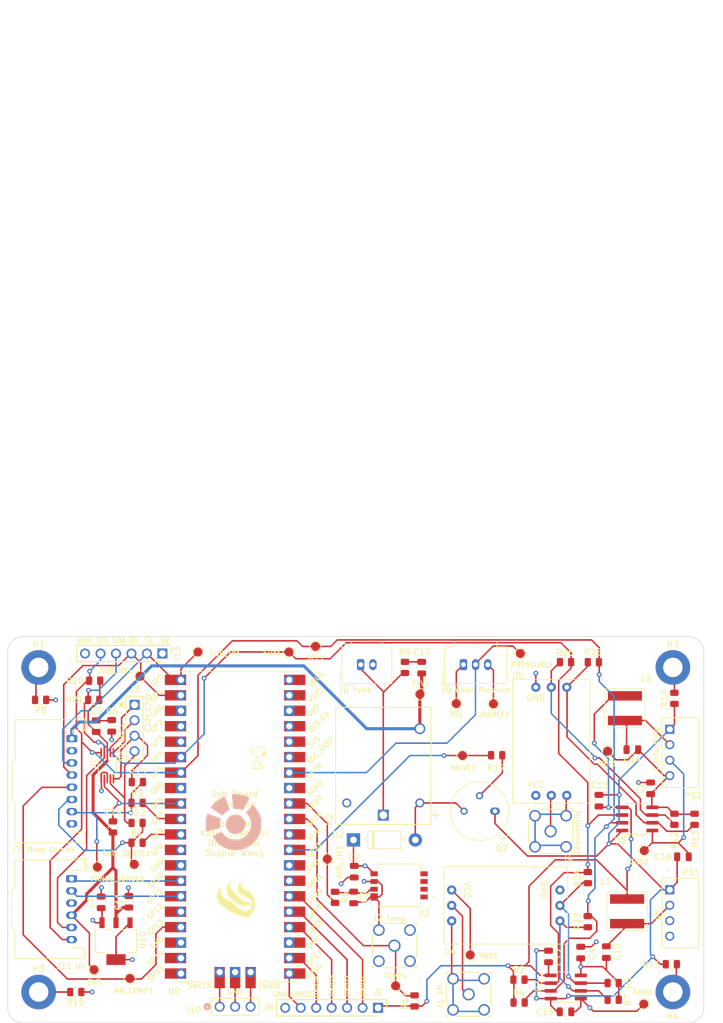
<source format=kicad_pcb>
(kicad_pcb (version 20221018) (generator pcbnew)
  (layers (0 "F.Cu" signal) (1 "In1.Cu" power) (2 "In2.Cu" power) (31 "B.Cu" signal) (34 "B.Paste" user) (35 "F.Paste" user) (36 "B.SilkS" user "B.Silkscreen") (37 "F.SilkS" user "F.Silkscreen") (38 "B.Mask" user) (39 "F.Mask" user) (44 "Edge.Cuts" user))
  (net 0 "")
  (net 1 "+5V")
  (net 2 "GNDREF")
  (net 3 "VDD")
  (net 4 "GND1")
  (net 5 "+24V")
  (net 6 "Net-(U2-VOUT)")
  (net 7 "VEE")
  (net 8 "GND2")
  (net 9 "AIR_COMP")
  (net 10 "+3V3")
  (net 11 "PRESSURE_INPUT")
  (net 12 "TEMP_INPUT")
  (net 13 "SUB_TX")
  (net 14 "SUB_RX")
  (net 15 "Net-(U6-PRB)")
  (net 16 "AIR_INPUT")
  (net 17 "BATTERY_SENSE")
  (net 18 "Net-(PS1-+VIN)")
  (net 19 "Net-(PS2-+VIN)")
  (net 20 "SDA")
  (net 21 "SCL")
  (net 22 "Net-(C17-Pad1)")
  (net 23 "Net-(D2-A)")
  (net 24 "Net-(U5-BSCL)")
  (net 25 "/ADC3")
  (net 26 "/ADC2")
  (net 27 "/ADC1")
  (net 28 "/ADC0")
  (net 29 "Net-(J6-Pad1)")
  (net 30 "PANEL_SENSE")
  (net 31 "SWCLK")
  (net 32 "GND")
  (net 33 "SWDIO")
  (net 34 "SYNC")
  (net 35 "READY{slash}INT")
  (net 36 "Net-(Q2-B)")
  (net 37 "VALVE_OUT")
  (net 38 "ADC_RDY")
  (net 40 "Net-(U4-PRB)")
  (net 41 "EXTGPIO1")
  (net 42 "EXTGPIO2")
  (net 43 "EXTGPIO3")
  (net 44 "Net-(U6-PGND)")
  (net 45 "Net-(U5-BSDA)")
  (net 46 "EXTGPIO4")
  (net 47 "EXTGPIO5")
  (net 48 "Net-(U9-GPIO8)")
  (net 49 "Net-(U3-BSDA)")
  (net 50 "Net-(U9-GPIO7)")
  (net 51 "Net-(U3-BSCL)")
  (net 57 "Net-(U4-PGND)")
  (net 69 "Net-(H1-Pad1)")
  (net 70 "Net-(H2-Pad1)")
  (net 71 "Net-(H4-Pad1)")
  (net 72 "Net-(H3-Pad1)")
  (net 73 "Net-(C5-Pad1)")
  (footprint "Resistor_SMD:R_0805_2012Metric" (layer "F.Cu") (at 58.6232 49.3268)
    (fp_text reference "R23")
    (fp_text value "0")
  )
  (footprint "TestPoint:TestPoint_Pad_D1.5mm" (layer "F.Cu") (at 51.5112 80.1624 90)
    (fp_text reference "3V3")
    (fp_text value "TestPoint")
  )
  (footprint "Resistor_SMD:R_0805_2012Metric" (layer "F.Cu") (at 146.304 79.248)
    (fp_text reference "R11")
    (fp_text value "0")
  )
  (footprint "Resistor_SMD:R_0805_2012Metric" (layer "F.Cu") (at 132.588 72.263 -90)
    (fp_text reference "R27")
    (fp_text value "0")
  )
  (footprint "Resistor_SMD:R_0805_2012Metric" (layer "F.Cu") (at 48.514 83.82 180)
    (fp_text reference "R15")
    (fp_text value "0")
  )
  (footprint "Inductor_SMD:SRP6060FA220M" (layer "F.Cu") (at 139.0396 70.5612)
    (fp_text reference "L1")
    (fp_text value "22u" hide)
  )
  (footprint "Connector:61300411121" (layer "F.Cu") (at 58.166 36.6268 -90)
    (fp_text reference "J3")
    (fp_text value "Conn_01x04_Pin")
  )
  (footprint "TestPoint:TestPoint_Pad_D1.5mm" (layer "F.Cu") (at 101.0285 82.804)
    (fp_text reference "TEMP1")
    (fp_text value "TestPoint")
  )
  (footprint "Capacitor_SMD:C_0805_2012Metric" (layer "F.Cu") (at 139.9032 43.9928 180)
    (fp_text reference "C14")
    (fp_text value "330p")
  )
  (footprint "Capacitor_SMD:C_0805_2012Metric" (layer "F.Cu") (at 142.9004 50.3428 90)
    (fp_text reference "C1")
    (fp_text value "1u")
  )
  (footprint "TestPoint:TestPoint_Pad_D1.5mm" (layer "F.Cu") (at 121.5136 28.194 180)
    (fp_text reference "PRESSURE1")
    (fp_text value "TestPoint")
  )
  (footprint "Resistor_SMD:R_0805_2012Metric" (layer "F.Cu") (at 91.0844 68.2622 -90)
    (fp_text reference "R6")
    (fp_text value "22k")
  )
  (footprint "Capacitor_SMD:C_0805_2012Metric" (layer "F.Cu") (at 94.234 64.0436 -90)
    (fp_text reference "C2")
    (fp_text value "100nF")
  )
  (footprint "Resistor_SMD:R_0805_2012Metric" (layer "F.Cu") (at 51.4604 35.814 180)
    (fp_text reference "R21")
    (fp_text value "10k")
  )
  (footprint "TestPoint:TestPoint_Pad_D1.5mm" (layer "F.Cu") (at 117.094 36.4744 180)
    (fp_text reference "GNDREF1")
    (fp_text value "TestPoint")
  )
  (footprint "Resistor_SMD:R_0805_2012Metric" (layer "F.Cu") (at 150.114 55.435 -90)
    (fp_text reference "R13")
    (fp_text value "10K")
  )
  (footprint "Capacitor_SMD:C_0805_2012Metric" (layer "F.Cu") (at 148.209 61.595 180)
    (fp_text reference "C16")
    (fp_text value "330p")
  )
  (footprint "Capacitor_SMD:C_0805_2012Metric" (layer "F.Cu") (at 94.1324 68.2752 -90)
    (fp_text reference "C3")
    (fp_text value "100nF")
  )
  (footprint "Resistor_SMD:R_0805_2012Metric" (layer "F.Cu") (at 51.6128 32.6644 180)
    (fp_text reference "R20")
    (fp_text value "10k")
  )
  (footprint "Capacitor_SMD:C_0805_2012Metric" (layer "F.Cu") (at 57.2262 68.9864 90)
    (fp_text reference "C11")
    (fp_text value "22u")
  )
  (footprint "Capacitor_SMD:C_0805_2012Metric" (layer "F.Cu") (at 54.4068 40.0812 90)
    (fp_text reference "C6")
    (fp_text value "0.1u")
  )
  (footprint "Converter_ACDC:SOP50P490X110-10N" (layer "F.Cu") (at 53.6956 46.6344 90)
    (fp_text reference "U1")
    (fp_text value "ADS1115IDGSR")
  )
  (footprint "Connector_Molex:Molex_MicroClasp_55935-0810_1x08_P2.00mm_Horizontal" (layer "F.Cu") (at 47.8686 42.1744 -90)
    (fp_text reference "J7")
    (fp_text value "55935-0810")
  )
  (footprint "TestPoint:TestPoint_Pad_D1.5mm" (layer "F.Cu") (at 141.859 60.579 90)
    (fp_text reference "GND2")
    (fp_text value "TestPoint")
  )
  (footprint "Connector:61300311121" (layer "F.Cu") (at 72.136 86.233)
    (fp_text reference "J10")
    (fp_text value "Conn_01x03_Pin")
  )
  (footprint "LOGO" (layer "F.Cu") (at 78.486 45.085)
    (fp_text reference "G***" hide)
    (fp_text value "LOGO" hide)
  )
  (footprint "Package_TO_SOT_THT:TO-39-3" (layer "F.Cu") (at 117.348 54.102 180)
    (fp_text reference "Q2")
    (fp_text value "2N2219")
  )
  (footprint "Connector:SMA_Jack" (layer "F.Cu") (at 126.4793 57.404 90)
    (fp_text reference "J4")
    (fp_text value "SMA_CONNECTOR")
  )
  (footprint "Package_TO_SOT_SMD:SOT-223_DIO" (layer "F.Cu") (at 55.118 75.4658 180)
    (fp_text reference "U10")
    (fp_text value "AZ1117CH-3.3TRG1")
  )
  (footprint "Relay_SMD:AWHSH105D00G" (layer "F.Cu") (at 99.0092 54.75305 180)
    (fp_text reference "K2")
    (fp_text value "AWHSH105D00G")
  )
  (footprint "TestPoint:TestPoint_Pad_D1.5mm" (layer "F.Cu") (at 57.404 81.5848 180)
    (fp_text reference "AIR_COMP1")
    (fp_text value "TestPoint")
  )
  (footprint "Resistor_SMD:R_0805_2012Metric" (layer "F.Cu") (at 146.812 35.56 90)
    (fp_text reference "R10")
    (fp_text value "0")
  )
  (footprint "Connector:SMA_Jack" (layer "F.Cu") (at 113.0173 84.201 -90)
    (fp_text reference "J1")
    (fp_text value "SMA_CONNECTOR")
  )
  (footprint "Connector_Molex:Molex_MicroClasp_55932-0310_1x03_P2.00mm_Vertical" (layer "F.Cu") (at 112.1664 30.0228)
    (fp_text reference "J9")
    (fp_text value "55932-0310")
  )
  (footprint "Capacitor_SMD:C_0805_2012Metric" (layer "F.Cu") (at 52.6796 69.0766 90)
    (fp_text reference "C9")
    (fp_text value "10u")
  )
  (footprint "Capacitor_SMD:C_0805_2012Metric" (layer "F.Cu") (at 128.9304 87.0712 180)
    (fp_text reference "C13")
    (fp_text value "330p")
  )
  (footprint "Sensor:EZO_pH_Circuit" (layer "F.Cu") (at 120.396 69.596 -90)
    (fp_text reference "U4")
    (fp_text value "EZO_pH_Circuit")
  )
  (footprint "Resistor_SMD:R_0805_2012Metric" (layer "F.Cu") (at 132.588 65.024 -90)
    (fp_text reference "R24")
    (fp_text value "0")
  )
  (footprint "MCU_RaspberryPi_and_Boards:RPi_Pico_SMD_TH" (layer "F.Cu") (at 74.676 56.651)
    (fp_text reference "U9")
    (fp_text value "Raspberry Pi Pico")
  )
  (footprint "TestPoint:TestPoint_Pad_D1.5mm" (layer "F.Cu") (at 135.8392 44.2468)
    (fp_text reference "VEE1")
    (fp_text value "TestPoint")
  )
  (footprint "Resistor_SMD:R_0805_2012Metric" (layer "F.Cu") (at 54.61 56.6928 90)
    (fp_text reference "R19")
    (fp_text value "10k")
  )
  (footprint "Resistor_SMD:R_0805_2012Metric" (layer "F.Cu") (at 102.5652 30.48 -90)
    (fp_text reference "R9")
    (fp_text value "50")
  )
  (footprint "Converter_DCDC:RFM-0505S" (layer "F.Cu") (at 147.8 70.866 -90)
    (fp_text reference "PS1")
    (fp_text value "RFM-0505S")
  )
  (footprint "Connector:61300611121" (layer "F.Cu") (at 62.738 28.194 180)
    (fp_text reference "J13")
    (fp_text value "Conn_01x06_Pin" hide)
  )
  (footprint "Connector:SMA_Jack" (layer "F.Cu") (at 100.838 76.2 180)
    (fp_text reference "J2")
    (fp_text value "SMA_CONNECTOR")
  )
  (footprint "Resistor_SMD:R_0805_2012Metric" (layer "F.Cu") (at 104.14 85.281 90)
    (fp_text reference "R14")
    (fp_text value "1k")
  )
  (footprint "Resistor_SMD:R_0805_2012Metric" (layer "F.Cu") (at 121.3104 85.5472)
    (fp_text reference "R4")
    (fp_text value "10k")
  )
  (footprint "TestPoint:TestPoint_Pad_D1.5mm" (layer "F.Cu") (at 83.5152 27.94 180)
    (fp_text reference "SDA1")
    (fp_text value "TestPoint")
  )
  (footprint "TestPoint:TestPoint_Pad_D1.5mm" (layer "F.Cu") (at 68.58 27.94)
    (fp_text reference "SUB_TX1")
    (fp_text value "TestPoint")
  )
  (footprint "Resistor_SMD:R_0805_2012Metric" (layer "F.Cu") (at 58.5724 59.2836)
    (fp_text reference "R1")
    (fp_text value "0")
  )
  (footprint "MountingHole:MountingHole_3.2mm_M3_ISO7380_Pad" (layer "F.Cu") (at 42.418 30.48)
    (fp_text reference "H1")
    (fp_text value "MountingHole")
  )
  (footprint "Converter_DCDC:RFM-0505S" (layer "F.Cu") (at 147.8 44.49 -90)
    (fp_text reference "PS2")
    (fp_text value "RFM-0505S")
  )
  (footprint "Resistor_SMD:R_0805_2012Metric" (layer "F.Cu") (at 133.5005 29.6164 180)
    (fp_text reference "R25")
    (fp_text value "0")
  )
  (footprint "Capacitor_SMD:C_0805_2012Metric" (layer "F.Cu") (at 135.636 77.2668 90)
    (fp_text reference "C10")
    (fp_text value "330p")
  )
  (footprint "Diode_THT:D_DO-41_SOD81_P10.16mm_Horizontal" (layer "F.Cu") (at 94.107 58.8264)
    (fp_text reference "D2")
    (fp_text value "1N5817")
  )
  (footprint "Resistor_SMD:R_0805_2012Metric" (layer "F.Cu") (at 42.736 35.814 180)
    (fp_text reference "R8")
    (fp_text value "0")
  )
  (footprint "Resistor_SMD:R_0805_2012Metric" (layer "F.Cu") (at 146.812 55.435 -90)
    (fp_text reference "R12")
    (fp_text value "10K")
  )
  (footprint "TestPoint:TestPoint_Pad_D1.5mm" (layer "F.Cu") (at 58.1152 62.8396)
    (fp_text reference "BATT_SENSE1")
    (fp_text value "TestPoint")
  )
  (footprint "TestPoint:TestPoint_Pad_D1.5mm" (layer "F.Cu") (at 112.014 44.958)
    (fp_text reference "VALVE1")
    (fp_text value "TestPoint")
  )
  (footprint "TestPoint:TestPoint_Pad_D1.5mm" (layer "F.Cu") (at 52.07 63.2968)
    (fp_text reference "PANEL_SENSE1")
    (fp_text value "TestPoint")
  )
  (footprint "Connector:61300711121" (layer "F.Cu") (at 98.1456 86.4108 180)
    (fp_text reference "J8")
    (fp_text value "Conn_01x07_Pin" hide)
  )
  (footprint "Resistor_SMD:R_0805_2012Metric" (layer "F.Cu") (at 58.5724 52.7304)
    (fp_text reference "R3")
    (fp_text value "0")
  )
  (footprint "Package_SO:SI8600AC-B-ISR" (layer "F.Cu") (at 128.97 82.995)
    (fp_text reference "U3")
    (fp_text value "SI8600AC-B-ISR")
  )
  (footprint "Package_SO:SI8600AC-B-ISR" (layer "F.Cu") (at 140.716 55.372)
    (fp_text reference "U5")
    (fp_text value "SI8600AC-B-ISR")
  )
  (footprint "Capacitor_SMD:C_0805_2012Metric" (layer "F.Cu") (at 131.4196 77.3328 90)
    (fp_text reference "C4")
    (fp_text value "1u")
  )
  (footprint "TestPoint:TestPoint_Pad_D1.5mm" (layer "F.Cu") (at 113.284 77.724 180)
    (fp_text reference "VDD1")
    (fp_text value "TestPoint")
  )
  (footprint "LOGO" (layer "F.Cu") (at 74.612206 68.708009)
    (fp_text reference "G***" hide)
    (fp_text value "LOGO" hide)
  )
  (footprint "Resistor_SMD:R_0805_2012Metric" (layer "F.Cu") (at 136.7555 82.3468 180)
    (fp_text reference "R5")
    (fp_text value "10k")
  )
  (footprint "Inductor_SMD:SRP6060FA220M" (layer "F.Cu") (at 138.684 37.1786)
    (fp_text reference "L2")
    (fp_text value "22u" hide)
  )
  (footprint "Sensor:EZO_Conductivity_Circuit" (layer "F.Cu") (at 126.5936 42.6212)
    (fp_text reference "U6")
    (fp_text value "EZO_Conductivity_Circuit")
  )
  (footprint "Connector_Molex:Molex_MicroClasp_55935-0610_1x06_P2.00mm_Horizontal" (layer "F.Cu") (at 47.8178 65.2056 -90)
    (fp_text reference "J11")
    (fp_text value "55935-0610")
  )
  (footprint "Capacitor_SMD:C_0805_2012Metric" (layer "F.Cu") (at 51.8668 40.132 -90)
    (fp_text reference "C5")
    (fp_text value "0.1u")
  )
  (footprint "Resistor_SMD:R_0805_2012Metric" (layer "F.Cu") (at 136.7536 85.09 180)
    (fp_text reference "R7")
    (fp_text value "10k")
  )
  (footprint "Connector_Molex:Molex_MicroClasp_55932-0210_1x02_P2.00mm_Vertical" (layer "F.Cu") (at 95.3008 30.0228)
    (fp_text reference "J6")
    (fp_text value "55932-0210")
  )
  (footprint "MountingHole:MountingHole_3.2mm_M3_ISO7380_Pad" (layer "F.Cu") (at 146.558 30.48)
    (fp_text reference "H2")
    (fp_text value "MountingHole")
  )
  (footprint "Capacitor_SMD:C_0805_2012Metric" (layer "F.Cu") (at 134.4168 52.3748 90)
    (fp_text reference "C15")
    (fp_text value "6.8u")
  )
  (footprint "TestPoint:TestPoint_Pad_D1.5mm" (layer "F.Cu") (at 105.029 34.8742)
    (fp_text reference "24V1")
    (fp_text value "TestPoint")
  )
  (footprint "TestPoint:TestPoint_Pad_D1.5mm" (layer "F.Cu") (at 59.055 31.9278)
    (fp_text reference "SUB_RX1")
    (fp_text value "TestPoint")
  )
  (footprint "Sensor_Pressure:XDCR_KP234XTMA1" (layer "F.Cu") (at 101.6 66.294 180)
    (fp_text reference "U2")
    (fp_text value "KP234XTMA1")
  )
  (footprint "Resistor_SMD:R_0805_2012Metric" (layer "F.Cu") (at 121.285 81.788)
    (fp_text reference "R2")
    (fp_text value "10k")
  )
  (footprint "MountingHole:MountingHole_3.2mm_M3_ISO7380_Pad" (layer "F.Cu") (at 42.418 83.82)
    (fp_text reference "H3")
    (fp_text value "MountingHole")
  )
  (footprint "TestPoint:TestPoint_Pad_D1.5mm" (layer "F.Cu") (at 87.884 27.0256 90)
    (fp_text reference "SCL1")
    (fp_text value "TestPoint")
  )
  (footprint "Resistor_SMD:R_0805_2012Metric" (layer "F.Cu") (at 58.5724 56.0324)
    (fp_text reference "R22")
    (fp_text value "0")
  )
  (footprint "TestPoint:TestPoint_Pad_D1.5mm" (layer "F.Cu") (at 89.8144 61.976 90)
    (fp_text reference "AIR_IN1")
    (fp_text value "TestPoint")
  )
  (footprint "Resistor_SMD:R_0805_2012Metric" (layer "F.Cu") (at 128.9304 29.6164 180)
    (fp_text reference "R26")
    (fp_text value "0")
  )
  (footprint "TestPoint:TestPoint_Pad_D1.5mm" (layer "F.Cu") (at 141.7828 85.8012 180)
    (fp_text reference "GND1")
    (fp_text value "TestPoint")
  )
  (footprint "TestPoint:TestPoint_Pad_D1.5mm" (layer "F.Cu") (at 110.998 36.4236 180)
    (fp_text reference "5V1")
    (fp_text value "TestPoint")
  )
  (footprint "Resistor_SMD:R_0805_2012Metric" (layer "F.Cu") (at 117.6293 44.9072)
    (fp_text reference "R17")
    (fp_text value "5k")
  )
  (footprint "MountingHole:MountingHole_3.2mm_M3_ISO7380_Pad" (layer "F.Cu") (at 146.558 83.82)
    (fp_text reference "H4")
    (fp_text value "MountingHole")
  )
  (footprint "Capacitor_SMD:C_0805_2012Metric" (layer "F.Cu") (at 126.1364 77.978 90)
    (fp_text reference "C12")
    (fp_text value "6.8u")
  )
  (footprint "Capacitor_SMD:C_0805_2012Metric" (layer "F.Cu") (at 105.3084 30.5156 -90)
    (fp_text reference "C17")
    (fp_text value "1u")
  )
  (footprint "LOGO" (layer "B.Cu") (at 74.422 56.388 180)
    (fp_text reference "G***" hide)
    (fp_text value "LOGO" hide)
  )
  (gr_arc (start 39.878 88.9) (mid 38.081949 88.156051) (end 37.338 86.36) (stroke (width 0.1)) (layer "Edge.Cuts"))
  (gr_line (start 149.098 88.9) (end 39.878 88.9) (stroke (width 0.1)) (layer "Edge.Cuts"))
  (gr_arc (start 151.638 86.36) (mid 150.894051 88.156051) (end 149.098 88.9) (stroke (width 0.1)) (layer "Edge.Cuts"))
  (gr_line (start 37.338 27.94) (end 37.338 86.36) (stroke (width 0.1)) (layer "Edge.Cuts"))
  (gr_arc (start 37.338 27.94) (mid 38.081949 26.143949) (end 39.878 25.4) (stroke (width 0.1)) (layer "Edge.Cuts"))
  (gr_arc (start 149.098 25.4) (mid 150.894051 26.143949) (end 151.638 27.94) (stroke (width 0.1)) (layer "Edge.Cuts"))
  (gr_line (start 149.098 25.4) (end 39.878 25.4) (stroke (width 0.1)) (layer "Edge.Cuts"))
  (gr_line (start 151.638 27.94) (end 151.638 86.36) (stroke (width 0.1)) (layer "Edge.Cuts"))
  (gr_text "ADC0" (at 56.0324 44.5516 90) (layer "F.SilkS") (effects (font (size 0.8 0.8) (thickness 0.15) bold)))
  (gr_text "Conductivity" (at 130.8608 57.5564 90) (layer "F.SilkS") (effects (font (size 0.8 0.8))))
  (gr_text "ADC3" (at 60.2996 36.2204 270) (layer "F.SilkS") (effects (font (size 0.8 0.8) (thickness 0.15) bold)))
  (gr_text "5V" (at 98.171 83.82 90) (layer "F.SilkS") (effects (font (size 0.8 0.8))))
  (gr_text "SDA" (at 55.626 26.035) (layer "F.SilkS") (effects (font (size 0.8 0.8))))
  (gr_text "ADC2" (at 60.2488 39.624 270) (layer "F.SilkS") (effects (font (size 0.8 0.8) (thickness 0.15) bold)))
  (gr_text "GPIO4" (at 88.011 82.931 90) (layer "F.SilkS") (effects (font (size 0.8 0.8))))
  (gr_text "GPIO5" (at 85.471 84.201) (layer "F.SilkS") (effects (font (size 0.8 0.8))))
  (gr_text "RX" (at 58.039 26.035) (layer "F.SilkS") (effects (font (size 0.8 0.8))))
  (gr_text "Temp" (at 101.092 71.755) (layer "F.SilkS") (effects (font (size 0.8 0.8))))
  (gr_text "Conductivity" (at 143.764 43.8404 90) (layer "F.SilkS") (effects (font (size 0.8 0.8))))
  (gr_text "SCL" (at 52.959 26.035) (layer "F.SilkS") (effects (font (size 0.8 0.8))))
  (gr_text "5V" (at 63.119 26.035) (layer "F.SilkS") (effects (font (size 0.8 0.8))))
  (gr_text "GPIO1" (at 95.631 82.804 90) (layer "F.SilkS") (effects (font (size 0.8 0.8))))
  (gr_text "ADC1" (at 56.0324 41.1988 90) (layer "F.SilkS") (effects (font (size 0.8 0.8) (thickness 0.15) bold)))
  (gr_text "UV" (at 49.2252 79.6036) (layer "F.SilkS") (effects (font (size 0.8 0.8))))
  (gr_text "GPIO2" (at 93.091 82.804 90) (layer "F.SilkS") (effects (font (size 0.8 0.8))))
  (gr_text "GND" (at 82.042 84.201) (layer "F.SilkS") (effects (font (size 0.8 0.8))))
  (gr_text "pH" (at 108.204 83.439 90) (layer "F.SilkS") (effects (font (size 0.8 0.8))))
  (gr_text "Valve" (at 95.504 34.1884) (layer "F.SilkS") (effects (font (size 0.8 0.8))))
  (gr_text "GND" (at 49.911 26.035) (layer "F.SilkS") (effects (font (size 0.8 0.8))))
  (gr_text "Buoy Comms" (at 44.5008 60.4012) (layer "F.SilkS") (effects (font (size 0.8 0.8))))
  (gr_text "pH" (at 143.9164 71.1708 90) (layer "F.SilkS") (effects (font (size 0.8 0.8))))
  (gr_text "Water Pressure" (at 115.316 34.1884) (layer "F.SilkS") (effects (font (size 0.8 0.8))))
  (gr_text "Sub Board\nWaveWise\n\nSam Moy\nKatie Dewhurst\nBilly Ferros\nSophia Wang" (at 74.549 56.134) (layer "F.SilkS") (effects (font (size 1 1))))
  (gr_text "GND" (at 74.676 83.82) (layer "F.SilkS") (effects (font (size 0.8 0.8))))
  (gr_text "GPIO3" (at 90.551 82.804 90) (layer "F.SilkS") (effects (font (size 0.8 0.8))))
  (gr_text "TX" (at 60.579 26.035) (layer "F.SilkS") (effects (font (size 0.8 0.8))))
  (segment (start 52.818 72.4408) (end 52.818 69.99) (width 0.25) (layer "F.Cu") (net 1))
  (segment (start 52.818 69.99) (end 52.6796 69.8516) (width 0.25) (layer "F.Cu") (net 1))
  (segment (start 126.1364 78.928) (end 126.1364 80.7314) (width 0.25) (layer "F.Cu") (net 1))
  (segment (start 139.7 58.674) (end 139.7 53.941001) (width 0.25) (layer "F.Cu") (net 1))
  (segment (start 110.998 31.1912) (end 112.1664 30.0228) (width 0.25) (layer "F.Cu") (net 1))
  (segment (start 138.241 53.467) (end 136.017 53.467) (width 0.25) (layer "F.Cu") (net 1))
  (segment (start 119.4816 79.502) (end 120.3725 80.3929) (width 0.25) (layer "F.Cu") (net 1))
  (segment (start 119.4816 79.502) (end 123.19 79.502) (width 0.25) (layer "F.Cu") (net 1))
  (segment (start 96.012 63.0936) (end 94.234 63.0936) (width 0.25) (layer "F.Cu") (net 1))
  (segment (start 135.9916 53.4924) (end 135.9662 53.467) (width 0.25) (layer "F.Cu") (net 1))
  (segment (start 139.225999 53.467) (end 138.241 53.467) (width 0.25) (layer "F.Cu") (net 1))
  (segment (start 104.14 86.106) (end 105.41 86.106) (width 0.25) (layer "F.Cu") (net 1))
  (segment (start 133.6548 38.1508) (end 136.652 35.1536) (width 0.25) (layer "F.Cu") (net 1))
  (segment (start 139.0396 63.7032) (end 139.0396 67.2084) (width 0.25) (layer "F.Cu") (net 1))
  (segment (start 51.735 72.4408) (end 52.818 72.4408) (width 0.25) (layer "F.Cu") (net 1))
  (segment (start 51.308 72.0138) (end 51.735 72.4408) (width 0.25) (layer "F.Cu") (net 1))
  (segment (start 120.3725 80.3929) (end 120.3725 81.788) (width 0.25) (layer "F.Cu") (net 1))
  (segment (start 139.0396 67.1321) (end 134.0105 62.103) (width 0.25) (layer "F.Cu") (net 1))
  (segment (start 134.0105 62.103) (end 127.254 62.103) (width 0.25) (layer "F.Cu") (net 1))
  (segment (start 126.495 81.09) (end 124.778 81.09) (width 0.25) (layer "F.Cu") (net 1))
  (segment (start 126.1364 80.7314) (end 126.495 81.09) (width 0.25) (layer "F.Cu") (net 1))
  (segment (start 139.0396 68.5362) (end 139.0396 67.2084) (width 0.25) (layer "F.Cu") (net 1))
  (segment (start 98.4504 86.106) (end 98.1456 86.4108) (width 0.25) (layer "F.Cu") (net 1))
  (segment (start 104.14 86.106) (end 98.4504 86.106) (width 0.25) (layer "F.Cu") (net 1))
  (segment (start 136.017 53.467) (end 135.9916 53.4924) (width 0.25) (layer "F.Cu") (net 1))
  (segment (start 110.998 36.4236) (end 110.998 31.1912) (width 0.25) (layer "F.Cu") (net 1))
  (segment (start 127.254 62.103) (end 122.936 66.421) (width 0.25) (layer "F.Cu") (net 1))
  (segment (start 94.107 58.8264) (end 94.107 62.9666) (width 0.25) (layer "F.Cu") (net 1))
  (segment (start 97.5 64.389) (end 96.2046 63.0936) (width 0.25) (layer "F.Cu") (net 1))
  (segment (start 96.2046 63.0936) (end 96.012 63.0936) (width 0.25) (layer "F.Cu") (net 1))
  (segment (start 123.19 79.502) (end 124.778 81.09) (width 0.25) (layer "F.Cu") (net 1))
  (segment (start 133.6548 42.926) (end 133.6548 38.1508) (width 0.25) (layer "F.Cu") (net 1))
  (segment (start 122.936 78.8416) (end 122.2756 79.502) (width 0.25) (layer "F.Cu") (net 1))
  (segment (start 120.46 85.4851) (end 120.46 81.788) (width 0.25) (layer "F.Cu") (net 1))
  (segment (start 120.3979 85.5472) (end 120.46 85.4851) (width 0.25) (layer "F.Cu") (net 1))
  (segment (start 105.41 86.106) (end 106.172 85.344) (width 0.25) (layer "F.Cu") (net 1))
  (segment (start 135.9662 53.467) (end 135.2194 53.467) (width 0.25) (layer "F.Cu") (net 1))
  (segment (start 139.7 53.941001) (end 139.225999 53.467) (width 0.25) (layer "F.Cu") (net 1))
  (segment (start 139.1412 63.6016) (end 139.0396 63.7032) (width 0.25) (layer "F.Cu") (net 1))
  (segment (start 136.652 35.1536) (end 138.684 35.1536) (width 0.25) (layer "F.Cu") (net 1))
  (segment (start 122.936 66.421) (end 122.936 78.8416) (width 0.25) (layer "F.Cu") (net 1))
  (segment (start 120.46 81.5472) (end 120.46 81.788) (width 0.25) (layer "F.Cu") (net 1))
  (segment (start 94.107 62.9666) (end 94.234 63.0936) (width 0.25) (layer "F.Cu") (net 1))
  (segment (start 139.0396 67.2084) (end 139.0396 67.1321) (width 0.25) (layer "F.Cu") (net 1))
  (via (at 106.172 85.344) (size 0.8) (drill 0.4) (layers "F.Cu" "B.Cu") (net 1))
  (via (at 133.6548 42.926) (size 0.8) (drill 0.4) (layers "F.Cu" "B.Cu") (net 1))
  (via (at 135.9916 53.4924) (size 0.8) (drill 0.4) (layers "F.Cu" "B.Cu") (net 1))
  (via (at 139.1412 63.6016) (size 0.8) (drill 0.4) (layers "F.Cu" "B.Cu") (net 1))
  (via (at 96.012 63.0936) (size 0.8) (drill 0.4) (layers "F.Cu" "B.Cu") (net 1))
  (via (at 119.4816 79.502) (size 0.8) (drill 0.4) (layers "F.Cu" "B.Cu") (net 1))
  (via (at 139.7 58.674) (size 0.8) (drill 0.4) (layers "F.Cu" "B.Cu") (net 1))
  (via (at 51.308 72.0138) (size 0.8) (drill 0.4) (layers "F.Cu" "B.Cu") (net 1))
  (segment (start 139.7 63.0428) (end 139.7 58.674) (width 0.25) (layer "B.Cu") (net 1))
  (segment (start 133.6548 42.926) (end 133.6548 43.18) (width 0.25) (layer "B.Cu") (net 1))
  (segment (start 108.458 79.502) (end 106.172 81.788) (width 0.25) (layer "B.Cu") (net 1))
  (segment (start 135.9916 45.5168) (end 135.9916 53.4924) (width 0.25) (layer "B.Cu") (net 1))
  (segment (start 119.4816 79.502) (end 108.458 79.502) (width 0.25) (layer "B.Cu") (net 1))
  (segment (start 133.6548 43.18) (end 135.9916 45.5168) (width 0.25) (layer "B.Cu") (net 1))
  (segment (start 106.172 81.788) (end 106.172 85.344) (width 0.25) (layer "B.Cu") (net 1))
  (segment (start 139.1412 63.6016) (end 139.7 63.0428) (width 0.25) (layer "B.Cu") (net 1))
  (segment (start 55.118 74.7408) (end 57.418 72.4408) (width 0.25) (layer "F.Cu") (net 2))
  (segment (start 122.682 61.468) (end 117.348 56.134) (width 0.25) (layer "F.Cu") (net 2))
  (segment (start 52.927232 47.7244) (end 52.6956 47.956032) (width 0.25) (layer "F.Cu") (net 2))
  (segment (start 96.0498 69.0502) (end 94.1324 69.0502) (width 0.25) (layer "F.Cu") (net 2))
  (segment (start 53.6956 47.956032) (end 53.463968 47.7244) (width 0.25) (layer "F.Cu") (net 2))
  (segment (start 95.9612 65.6336) (end 95.9866 65.659) (width 0.25) (layer "F.Cu") (net 2))
  (segment (start 54.4068 42.3672) (end 54.4068 41.1328) (width 0.25) (layer "F.Cu") (net 2))
  (segment (start 117.094 30.9504) (end 116.1664 30.0228) (width 0.25) (layer "F.Cu") (net 2))
  (segment (start 45.212 35.814) (end 45.085 35.814) (width 0.25) (layer "F.Cu") (net 2))
  (segment (start 124.1552 84.836) (end 124.2192 84.9) (width 0.25) (layer "F.Cu") (net 2))
  (segment (start 98.2853 73.6473) (end 98.2853 68.9843) (width 0.25) (layer "F.Cu") (net 2))
  (segment (start 97.5 68.199) (end 96.901 68.199) (width 0.25) (layer "F.Cu") (net 2))
  (segment (start 143.256 78.0288) (end 144.4752 79.248) (width 0.25) (layer "F.Cu") (net 2))
  (segment (start 145.034 67.016) (end 146.05 67.016) (width 0.25) (layer "F.Cu") (net 2))
  (segment (start 98.1895 65.659) (end 98.806 66.2755) (width 0.25) (layer "F.Cu") (net 2))
  (segment (start 98.35 68.199) (end 97.5 68.199) (width 0.25) (layer "F.Cu") (net 2))
  (segment (start 103.3145 78.8289) (end 103.3907 78.7527) (width 0.25) (layer "F.Cu") (net 2))
  (segment (start 147.259 65.807) (end 146.05 67.016) (width 0.25) (layer "F.Cu") (net 2))
  (segment (start 144.4752 79.248) (end 145.479 79.248) (width 0.25) (layer "F.Cu") (net 2))
  (segment (start 55.118 78.4908) (end 55.118 74.7408) (width 0.25) (layer "F.Cu") (net 2))
  (segment (start 92.075 66.04) (end 93.1214 64.9936) (width 0.25) (layer "F.Cu") (net 2))
  (segment (start 136.0495 59.4685) (end 138.241 57.277) (width 0.25) (layer "F.Cu") (net 2))
  (segment (start 126.1364 77.028) (end 124.1704 77.028) (width 0.25) (layer "F.Cu") (net 2))
  (segment (start 129.413 84.455) (end 128.968 84.9) (width 0.25) (layer "F.Cu") (net 2))
  (segment (start 117.348 56.134) (end 117.348 54.102) (width 0.25) (layer "F.Cu") (net 2))
  (segment (start 53.6956 48.7844) (end 53.6956 47.956032) (width 0.25) (layer "F.Cu") (net 2))
  (segment (start 126.495 86.0074) (end 127.508 87.0204) (width 0.25) (layer "F.Cu") (net 2))
  (segment (start 124.1704 77.028) (end 124.1552 77.0128) (width 0.25) (layer "F.Cu") (net 2))
  (segment (start 127.508 87.0204) (end 127.9804 87.0204) (width 0.25) (layer "F.Cu") (net 2))
  (segment (start 98.806 67.743) (end 98.35 68.199) (width 0.25) (layer "F.Cu") (net 2))
  (segment (start 134.4168 51.4248) (end 137.602 51.4248) (width 0.25) (layer "F.Cu") (net 2))
  (segment (start 117.094 36.4744) (end 117.094 30.9504) (width 0.25) (layer "F.Cu") (net 2))
  (segment (start 124.2192 84.9) (end 126.495 84.9) (width 0.25) (layer "F.Cu") (net 2))
  (segment (start 98.806 66.2755) (end 98.806 67.743) (width 0.25) (layer "F.Cu") (net 2))
  (segment (start 57.15 67.9602) (end 57.2262 68.0364) (width 0.25) (layer "F.Cu") (net 2))
  (segment (start 125.9688 77.028) (end 125.9332 77.0636) (width 0.25) (layer "F.Cu") (net 2))
  (segment (start 147.259 61.595) (end 147.259 65.807) (width 0.25) (layer "F.Cu") (net 2))
  (segment (start 52.6796 66.7004) (end 52.6796 68.3016) (width 0.25) (layer "F.Cu") (net 2))
  (segment (start 53.463968 47.7244) (end 52.927232 47.7244) (width 0.25) (layer "F.Cu") (net 2))
  (segment (start 137.602 51.4248) (end 137.6172 51.4096) (width 0.25) (layer "F.Cu") (net 2))
  (segment (start 52.7304 50.7492) (end 52.7304 48.8192) (width 0.25) (layer "F.Cu") (net 2))
  (segment (start 136.0495 59.4685) (end 134.05 61.468) (width 0.25) (layer "F.Cu") (net 2))
  (segment (start 43.561 35.814) (end 45.212 35.814) (width 0.25) (layer "F.Cu") (net 2))
  (segment (start 95.9866 65.659) (end 97.5 65.659) (width 0.25) (layer "F.Cu") (net 2))
  (segment (start 126.495 84.9) (end 126.495 86.0074) (width 0.25) (layer "F.Cu") (net 2))
  (segment (start 136.0495 59.4685) (end 137.4973 59.4685) (width 0.25) (layer "F.Cu") (net 2))
  (segment (start 97.5 65.659) (end 98.1895 65.659) (width 0.25) (layer "F.Cu") (net 2))
  (segment (start 52.6956 47.956032) (end 52.6956 48.7844) (width 0.25) (layer "F.Cu") (net 2))
  (segment (start 145.6305 41.0595) (end 146.05 40.64) (width 0.25) (layer "F.Cu") (net 2))
  (segment (start 49.339 83.82) (end 51.181 83.82) (width 0.25) (layer "F.Cu") (net 2))
  (segment (start 93.1214 64.9936) (end 94.234 64.9936) (width 0.25) (layer "F.Cu") (net 2))
  (segment (start 52.7304 48.8192) (end 52.6956 48.7844) (width 0.25) (layer "F.Cu") (net 2))
  (segment (start 98.2853 68.9843) (end 97.5 68.199) (width 0.25) (layer "F.Cu") (net 2))
  (segment (start 57.15 66.675) (end 57.15 67.9602) (width 0.25) (layer "F.Cu") (net 2))
  (segment (start 96.901 68.199) (end 96.0498 69.0502) (width 0.25) (layer "F.Cu") (net 2))
  (segment (start 137.4973 59.4685) (end 145.0448 67.016) (width 0.25) (layer "F.Cu") (net 2))
  (segment (start 57.8104 78.4908) (end 55.118 78.4908) (width 0.25) (layer "F.Cu") (net 2))
  (segment (start 128.968 84.9) (end 126.495 84.9) (width 0.25) (layer "F.Cu") (net 2))
  (segment (start 52.7304 66.6496) (end 52.6796 66.7004) (width 0.25) (layer "F.Cu") (net 2))
  (segment (start 134.05 61.468) (end 122.682 61.468) (width 0.25) (layer "F.Cu") (net 2))
  (segment (start 146.812 39.878) (end 146.05 40.64) (width 0.25) (layer "F.Cu") (net 2))
  (segment (start 146.812 36.385) (end 146.812 39.878) (width 0.25) (layer "F.Cu") (net 2))
  (segment (start 145.542 41.148) (end 146.05 40.64) (width 0.25) (layer "F.Cu") (net 2))
  (via (at 52.7304 50.7492) (size 0.8) (drill 0.4) (layers "F.Cu" "B.Cu") (net 2))
  (via (at 95.8596 65.6336) (size 0.8) (drill 0.4) (layers "F.Cu" "B.Cu") (net 2))
  (via (at 124.1552 77.0128) (size 0.8) (drill 0.4) (layers "F.Cu" "B.Cu") (net 2))
  (via (at 137.7696 51.4096) (size 0.8) (drill 0.4) (layers "F.Cu" "B.Cu") (net 2))
  (via (at 51.181 83.82) (size 0.8) (drill 0.4) (layers "F.Cu" "B.Cu") (net 2))
  (via (at 57.8104 78.4908) (size 0.8) (drill 0.4) (layers "F.Cu" "B.Cu") (net 2))
  (via (at 129.413 84.455) (size 0.8) (drill 0.4) (layers "F.Cu" "B.Cu") (net 2))
  (via (at 54.4068 42.3672) (size 0.8) (drill 0.4) (layers "F.Cu" "B.Cu") (net 2))
  (via (at 57.15 66.675) (size 0.8) (drill 0.4) (layers "F.Cu" "B.Cu") (net 2))
  (via (at 92.075 66.04) (size 0.8) (drill 0.4) (layers "F.Cu" "B.Cu") (net 2))
  (via (at 45.212 35.814) (size 0.8) (drill 0.4) (layers "F.Cu" "B.Cu") (net 2))
  (via (at 143.256 78.0288) (size 0.8) (drill 0.4) (layers "F.Cu" "B.Cu") (net 2))
  (via (at 52.7304 66.6496) (size 0.8) (drill 0.4) (layers "F.Cu" "B.Cu") (net 2))
  (via (at 136.0495 59.4685) (size 0.8) (drill 0.4) (layers "F.Cu" "B.Cu") (net 2))
  (via (at 124.1552 84.836) (size 0.8) (drill 0.4) (layers "F.Cu" "B.Cu") (net 2))
  (segment (start 129.413 84.455) (end 136.8298 84.455) (width 0.25) (layer "B.Cu") (net 2))
  (segment (start 137.7188 51.3588) (end 137.7188 48.9712) (width 0.25) (layer "B.Cu") (net 2))
  (segment (start 136.0495 59.4685) (end 136.0495 57.7525) (width 0.25) (layer "B.Cu") (net 2))
  (segment (start 137.7696 51.4096) (end 137.7188 51.3588) (width 0.25) (layer "B.Cu") (net 2))
  (segment (start 142.875 70.993) (end 142.875 68.707) (width 0.25) (layer "B.Cu") (net 2))
  (segment (start 137.7188 48.9712) (end 146.05 40.64) (width 0.25) (layer "B.Cu") (net 2))
  (segment (start 143.256 78.0288) (end 142.875 77.6478) (width 0.25) (layer "B.Cu") (net 2))
  (segment (start 142.875 68.707) (end 144.566 67.016) (width 0.25) (layer "B.Cu") (net 2))
  (segment (start 144.566 67.016) (end 146.05 67.016) (width 0.25) (layer "B.Cu") (net 2))
  (segment (start 136.8298 84.455) (end 143.256 78.0288) (width 0.25) (layer "B.Cu") (net 2))
  (segment (start 137.7188 56.0832) (end 137.7188 51.4604) (width 0.25) (layer "B.Cu") (net 2))
  (segment (start 136.0495 57.7525) (end 137.7188 56.0832) (width 0.25) (layer "B.Cu") (net 2))
  (segment (start 137.7188 51.4604) (end 137.7696 51.4096) (width 0.25) (layer "B.Cu") (net 2))
  (segment (start 124.1552 84.836) (end 124.1552 77.0128) (width 0.25) (layer "B.Cu") (net 2))
  (segment (start 142.875 77.6478) (end 142.875 70.993) (width 0.25) (layer "B.Cu") (net 2))
  (segment (start 113.284 77.724) (end 113.284 74.2188) (width 0.25) (layer "F.Cu") (net 3))
  (segment (start 113.284 74.2188) (end 113.284 70.104) (width 0.25) (layer "F.Cu") (net 3))
  (segment (start 131.445 81.09) (end 131.445 78.3082) (width 0.25) (layer "F.Cu") (net 3))
  (segment (start 137.668 82.296) (end 137.668 82.3468) (width 0.25) (layer "F.Cu") (net 3))
  (segment (start 137.6661 85.09) (end 137.6661 82.3487) (width 0.25) (layer "F.Cu") (net 3))
  (segment (start 113.284 70.104) (end 110.236 67.056) (width 0.25) (layer "F.Cu") (net 3))
  (segment (start 131.445 78.3082) (end 131.4196 78.2828) (width 0.25) (layer "F.Cu") (net 3))
  (segment (start 135.636 80.264) (end 137.668 82.296) (width 0.25) (layer "F.Cu") (net 3))
  (segment (start 131.4196 79.6544) (end 135.0264 79.6544) (width 0.25) (layer "F.Cu") (net 3))
  (segment (start 137.6661 82.3487) (end 137.668 82.3468) (width 0.25) (layer "F.Cu") (net 3))
  (segment (start 135.636 78.2168) (end 135.636 80.264) (width 0.25) (layer "F.Cu") (net 3))
  (segment (start 135.0264 79.6544) (end 135.636 80.264) (width 0.25) (layer "F.Cu") (net 3))
  (via (at 131.4196 79.6544) (size 0.8) (drill 0.4) (layers "F.Cu" "B.Cu") (net 3))
  (segment (start 133.5024 86.9696) (end 140.6144 86.9696) (width 0.25) (layer "F.Cu") (net 4))
  (segment (start 132.9436 86.4108) (end 133.5024 86.9696) (width 0.25) (layer "F.Cu") (net 4))
  (segment (start 133.1672 76.3828) (end 131.4196 76.3828) (width 0.25) (layer "F.Cu") (net 4))
  (segment (start 140.6144 86.9696) (end 141.7828 85.8012) (width 0.25) (layer "F.Cu") (net 4))
  (segment (start 131.445 84.9) (end 131.445 86.1822) (width 0.25) (layer "F.Cu") (net 4))
  (segment (start 130.6068 87.0204) (end 129.8804 87.0204) (width 0.25) (layer "F.Cu") (net 4))
  (segment (start 132.9436 86.3986) (end 131.445 84.9) (width 0.25) (layer "F.Cu") (net 4))
  (segment (start 131.445 86.1822) (end 130.6068 87.0204) (width 0.25) (layer "F.Cu") (net 4))
  (segment (start 132.2964 84.9) (end 131.445 84.9) (width 0.25) (layer "F.Cu") (net 4))
  (segment (start 132.9436 86.4108) (end 132.9436 86.3986) (width 0.25) (layer "F.Cu") (net 4))
  (segment (start 133.985 75.565) (end 133.1672 76.3828) (width 0.25) (layer "F.Cu") (net 4))
  (via (at 133.985 75.565) (size 0.8) (drill 0.4) (layers "F.Cu" "B.Cu") (net 4))
  (via (at 132.9436 86.4108) (size 0.8) (drill 0.4) (layers "F.Cu" "B.Cu") (net 4))
  (segment (start 105.029 34.8742) (end 105.3084 34.5948) (width 0.508) (layer "F.Cu") (net 5))
  (segment (start 105.009199 40.553851) (end 105.009199 34.894001) (width 0.508) (layer "F.Cu") (net 5))
  (segment (start 105.009199 34.894001) (end 105.029 34.8742) (width 0.508) (layer "F.Cu") (net 5))
  (segment (start 105.3084 34.5948) (end 105.3084 31.4656) (width 0.508) (layer "F.Cu") (net 5))
  (segment (start 105.009199 40.553851) (end 96.281451 40.553851) (width 0.508) (layer "B.Cu") (net 5))
  (segment (start 85.9536 30.226) (end 60.96 30.226) (width 0.508) (layer "B.Cu") (net 5))
  (segment (start 96.281451 40.553851) (end 85.9536 30.226) (width 0.508) (layer "B.Cu") (net 5))
  (segment (start 51.7282 39.4578) (end 49.077295 39.4578) (width 0.508) (layer "B.Cu") (net 5))
  (segment (start 60.96 30.226) (end 51.7282 39.4578) (width 0.508) (layer "B.Cu") (net 5))
  (segment (start 47.8686 40.666495) (end 47.8686 42.1744) (width 0.508) (layer "B.Cu") (net 5))
  (segment (start 49.077295 39.4578) (end 47.8686 40.666495) (width 0.508) (layer "B.Cu") (net 5))
  (segment (start 97.5 66.929) (end 96.901 66.929) (width 0.25) (layer "F.Cu") (net 6))
  (segment (start 91.1474 67.5002) (end 91.0844 67.4372) (width 0.25) (layer "F.Cu") (net 6))
  (segment (start 96.266 67.564) (end 94.1962 67.564) (width 0.25) (layer "F.Cu") (net 6))
  (segment (start 94.1324 67.5002) (end 91.1474 67.5002) (width 0.25) (layer "F.Cu") (net 6))
  (segment (start 96.901 66.929) (end 96.266 67.564) (width 0.25) (layer "F.Cu") (net 6))
  (segment (start 94.1962 67.564) (end 94.1324 67.5002) (width 0.25) (layer "F.Cu") (net 6))
  (segment (start 145.9332 48.26) (end 146.05 48.26) (width 0.25) (layer "F.Cu") (net 7))
  (segment (start 137.2496 45.6572) (end 139.1888 45.6572) (width 0.25) (layer "F.Cu") (net 7))
  (segment (start 140.8532 43.9928) (end 145.1204 48.26) (width 0.25) (layer "F.Cu") (net 7))
  (segment (start 143.191 53.467) (end 145.669 53.467) (width 0.25) (layer "F.Cu") (net 7))
  (segment (start 145.1204 48.26) (end 146.05 48.26) (width 0.25) (layer "F.Cu") (net 7))
  (segment (start 145.669 53.467) (end 146.812 54.61) (width 0.25) (layer "F.Cu") (net 7))
  (segment (start 142.9004 51.2928) (end 145.9332 48.26) (width 0.25) (layer "F.Cu") (net 7))
  (segment (start 143.191 53.467) (end 143.1036 53.3796) (width 0.25) (layer "F.Cu") (net 7))
  (segment (start 139.1888 45.6572) (end 140.8532 43.9928) (width 0.25) (layer "F.Cu") (net 7))
  (segment (start 150.114 54.61) (end 146.812 54.61) (width 0.25) (layer "F.Cu") (net 7))
  (segment (start 135.8392 44.2468) (end 137.2496 45.6572) (width 0.25) (layer "F.Cu") (net 7))
  (segment (start 143.1036 53.3796) (end 143.1036 51.3792) (width 0.25) (layer "F.Cu") (net 7))
  (segment (start 143.1036 51.3792) (end 143.0172 51.2928) (width 0.25) (layer "F.Cu") (net 7))
  (segment (start 148.984 61.595) (end 148.984 60.846) (width 0.25) (layer "F.Cu") (net 8))
  (segment (start 148.336 60.198) (end 147.447 59.309) (width 0.25) (layer "F.Cu") (net 8))
  (segment (start 147.447 59.309) (end 143.253 59.309) (width 0.25) (layer "F.Cu") (net 8))
  (segment (start 143.253 59.309) (end 143.129 59.309) (width 0.25) (layer "F.Cu") (net 8))
  (segment (start 148.336 58.42) (end 147.447 59.309) (width 0.25) (layer "F.Cu") (net 8))
  (segment (start 143.253 59.309) (end 143.191 59.247) (width 0.25) (layer "F.Cu") (net 8))
  (segment (start 148.984 60.846) (end 148.336 60.198) (width 0.25) (layer "F.Cu") (net 8))
  (segment (start 143.191 58.609) (end 143.191 59.247) (width 0.25) (layer "F.Cu") (net 8))
  (segment (start 143.129 59.309) (end 141.859 60.579) (width 0.25) (layer "F.Cu") (net 8))
  (segment (start 124.0536 31.4452) (end 124.0536 33.7312) (width 0.25) (layer "F.Cu") (net 8))
  (segment (start 143.191 57.277) (end 143.191 58.609) (width 0.25) (layer "F.Cu") (net 8))
  (segment (start 140.9192 49.3928) (end 142.9004 49.3928) (width 0.25) (layer "F.Cu") (net 8))
  (via (at 140.9192 49.3928) (size 0.8) (drill 0.4) (layers "F.Cu" "B.Cu") (net 8))
  (via (at 124.0536 31.4452) (size 0.8) (drill 0.4) (layers "F.Cu" "B.Cu") (net 8))
  (via (at 148.336 58.42) (size 0.8) (drill 0.4) (layers "F.Cu" "B.Cu") (net 8))
  (segment (start 148.336 58.42) (end 148.336 48.006) (width 0.25) (layer "B.Cu") (net 8))
  (segment (start 148.336 48.006) (end 146.05 45.72) (width 0.25) (layer "B.Cu") (net 8))
  (segment (start 47.1424 81.6864) (end 39.878 74.422) (width 0.25) (layer "F.Cu") (net 9))
  (segment (start 47.8526 50.1904) (end 47.8686 50.1744) (width 0.25) (layer "F.Cu") (net 9))
  (segment (start 42.926 50.1904) (end 47.8526 50.1904) (width 0.25) (layer "F.Cu") (net 9))
  (segment (start 61.6712 74.2696) (end 61.6712 79.2988) (width 0.25) (layer "F.Cu") (net 9))
  (segment (start 61.6712 79.2988) (end 59.2836 81.6864) (width 0.25) (layer "F.Cu") (net 9))
  (segment (start 59.2836 81.6864) (end 47.1424 81.6864) (width 0.25) (layer "F.Cu") (net 9))
  (segment (start 62.7798 73.161) (end 61.6712 74.2696) (width 0.25) (layer "F.Cu") (net 9))
  (segment (start 39.878 74.422) (end 39.878 53.2384) (width 0.25) (layer "F.Cu") (net 9))
  (segment (start 39.878 53.2384) (end 42.926 50.1904) (width 0.25) (layer "F.Cu") (net 9))
  (segment (start 65.786 73.161) (end 62.7798 73.161) (width 0.25) (layer "F.Cu") (net 9))
  (segment (start 55.118 70.9676) (end 55.118 72.4408) (width 0.5) (layer "F.Cu") (net 10))
  (segment (start 47.8178 71.2056) (end 50.292 68.7314) (width 0.5) (layer "F.Cu") (net 10))
  (segment (start 54.61 63.3984) (end 54.61 62.8396) (width 0.5) (layer "F.Cu") (net 10))
  (segment (start 52.4472 32.7425) (end 52.4472 35.7397) (width 0.25) (layer "F.Cu") (net 10))
  (segment (start 51.5112 80.1624) (end 50.7492 79.4004) (width 0.25) (layer "F.Cu") (net 10))
  (segment (start 51.3588 54.3541) (end 54.61 57.6053) (width 0.5) (layer "F.Cu") (net 10))
  (segment (start 50.7492 74.137) (end 47.8178 71.2056) (width 0.25) (layer "F.Cu") (net 10))
  (segment (start 51.3588 48.1584) (end 51.3588 54.3541) (width 0.5) (layer "F.Cu") (net 10))
  (segment (start 52.4472 35.7397) (end 52.3729 35.814) (width 0.25) (layer "F.Cu") (net 10))
  (segment (start 53.6956 42.926) (end 50.546 39.7764) (width 0.25) (layer "F.Cu") (net 10))
  (segment (start 56.5048 69.9364) (end 56.1492 69.9364) (width 0.5) (layer "F.Cu") (net 10))
  (segment (start 54.61 62.8396) (end 54.61 57.6053) (width 0.5) (layer "F.Cu") (net 10))
  (segment (start 50.7492 79.4004) (end 50.7492 74.137) (width 0.25) (layer "F.Cu") (net 10))
  (segment (start 53.6956 45.7708) (end 53.6956 44.4844) (width 0.25) (layer "F.Cu") (net 10))
  (segment (start 53.6956 44.4844) (end 53.6956 42.926) (width 0.25) (layer "F.Cu") (net 10))
  (segment (start 50.292 68.7314) (end 50.292 67.7164) (width 0.5) (layer "F.Cu") (net 10))
  (segment (start 50.546 37.6409) (end 52.3729 35.814) (width 0.25) (layer "F.Cu") (net 10))
  (segment (start 50.292 67.7164) (end 54.61 63.3984) (width 0.5) (layer "F.Cu") (net 10))
  (segment (start 50.546 39.7764) (end 50.546 37.6409) (width 0.25) (layer "F.Cu") (net 10))
  (segment (start 57.2262 69.9364) (end 56.5048 69.9364) (width 0.25) (layer "F.Cu") (net 10))
  (segment (start 52.5253 32.6644) (end 52.4472 32.7425) (width 0.25) (layer "F.Cu") (net 10))
  (segment (start 55.118 63.9064) (end 54.61 63.3984) (width 0.5) (layer "F.Cu") (net 10))
  (segment (start 56.1492 69.9364) (end 55.118 70.9676) (width 0.5) (layer "F.Cu") (net 10))
  (segment (start 53.6448 45.8724) (end 51.3588 48.1584) (width 0.5) (layer "F.Cu") (net 10))
  (segment (start 55.118 70.9676) (end 55.118 63.9064) (width 0.5) (layer "F.Cu") (net 10))
  (segment (start 114.1664 29.8516) (end 114.1664 30.0228) (width 0.25) (layer "F.Cu") (net 11))
  (segment (start 121.5136 28.194) (end 120.2944 26.9748) (width 0.25) (layer "F.Cu") (net 11))
  (segment (start 117.0432 26.9748) (end 114.1664 29.8516) (width 0.25) (layer "F.Cu") (net 11))
  (segment (start 120.2944 26.9748) (end 117.0432 26.9748) (width 0.25) (layer "F.Cu") (net 11))
  (segment (start 114.1476 30.0416) (end 114.1476 38.2524) (width 0.25) (layer "B.Cu") (net 11))
  (segment (start 114.1476 38.2524) (end 109.474 42.926) (width 0.25) (layer "B.Cu") (net 11))
  (segment (start 114.1664 30.0228) (end 114.1476 30.0416) (width 0.25) (layer "B.Cu") (net 11))
  (segment (start 96.257 47.761) (end 83.566 47.761) (width 0.25) (layer "B.Cu") (net 11))
  (segment (start 109.474 42.926) (end 101.092 42.926) (width 0.25) (layer "B.Cu") (net 11))
  (segment (start 101.092 42.926) (end 96.257 47.761) (width 0.25) (layer "B.Cu") (net 11))
  (segment (start 88.138 57.0484) (end 86.4706 55.381) (width 0.25) (layer "F.Cu") (net 12))
  (segment (start 86.4706 55.381) (end 83.566 55.381) (width 0.25) (layer "F.Cu") (net 12))
  (segment (start 101.0285 82.804) (end 101.0285 76.3905) (width 0.25) (layer "F.Cu") (net 12))
  (segment (start 104.14 84.456) (end 102.6805 84.456) (width 0.25) (layer "F.Cu") (net 12))
  (segment (start 100.838 76.2) (end 95.758 76.2) (width 0.25) (layer "F.Cu") (net 12))
  (segment (start 88.138 68.58) (end 88.138 57.0484) (width 0.25) (layer "F.Cu") (net 12))
  (segment (start 102.6805 84.456) (end 101.0285 82.804) (width 0.25) (layer "F.Cu") (net 12))
  (segment (start 95.758 76.2) (end 88.138 68.58) (width 0.25) (layer "F.Cu") (net 12))
  (segment (start 101.0285 76.3905) (end 100.838 76.2) (width 0.25) (layer "F.Cu") (net 12))
  (segment (start 64.525 32.521) (end 65.786 32.521) (width 0.25) (layer "F.Cu") (net 13))
  (segment (start 60.198 28.194) (end 64.525 32.521) (width 0.25) (layer "F.Cu") (net 13))
  (segment (start 65.786 32.521) (end 65.786 30.734) (width 0.25) (layer "F.Cu") (net 13))
  (segment (start 65.786 30.734) (end 68.58 27.94) (width 0.25) (layer "F.Cu") (net 13))
  (segment (start 50.8 37.592) (end 60.198 28.194) (width 0.25) (layer "B.Cu") (net 13))
  (segment (start 46.784 46.1744) (end 46.3804 45.7708) (width 0.25) (layer "B.Cu") (net 13))
  (segment (start 46.3804 40.641458) (end 49.429858 37.592) (width 0.25) (layer "B.Cu") (net 13))
  (segment (start 46.3804 45.7708) (end 46.3804 40.641458) (width 0.25) (layer "B.Cu") (net 13))
  (segment (start 49.429858 37.592) (end 50.8 37.592) (width 0.25) (layer "B.Cu") (net 13))
  (segment (start 47.8686 46.1744) (end 46.784 46.1744) (width 0.25) (layer "B.Cu") (net 13))
  (segment (start 46.5328 33.3248) (end 49.6824 30.1752) (width 0.25) (layer "F.Cu") (net 14))
  (segment (start 57.531 28.194) (end 57.658 28.194) (width 0.25) (layer "F.Cu") (net 14))
  (segment (start 55.5498 30.1752) (end 57.531 28.194) (width 0.25) (layer "F.Cu") (net 14))
  (segment (start 59.182 29.718) (end 59.182 32.0548) (width 0.25) (layer "F.Cu") (net 14))
  (segment (start 49.6824 30.1752) (end 55.5498 30.1752) (width 0.25) (layer "F.Cu") (net 14))
  (segment (start 47.8686 48.1744) (end 46.5328 46.8386) (width 0.25) (layer "F.Cu") (net 14))
  (segment (start 46.5328 46.8386) (end 46.5328 33.3248) (width 0.25) (layer "F.Cu") (net 14))
  (segment (start 62.1882 35.061) (end 65.786 35.061) (width 0.25) (layer "F.Cu") (net 14))
  (segment (start 59.182 32.0548) (end 62.1882 35.061) (width 0.25) (layer "F.Cu") (net 14))
  (segment (start 57.658 28.194) (end 59.182 29.718) (width 0.25) (layer "F.Cu") (net 14))
  (segment (start 126.4793 57.404) (end 126.4793 51.6255) (width 0.25) (layer "F.Cu") (net 15))
  (segment (start 126.4793 51.6255) (end 126.5936 51.5112) (width 0.25) (layer "F.Cu") (net 15))
  (segment (start 89.8144 67.8172) (end 89.8144 61.976) (width 0.25) (layer "F.Cu") (net 16))
  (segment (start 86.496 52.841) (end 83.566 52.841) (width 0.25) (layer "F.Cu") (net 16))
  (segment (start 91.0844 69.0872) (end 89.8144 67.8172) (width 0.25) (layer "F.Cu") (net 16))
  (segment (start 89.8144 61.976) (end 89.8144 56.1594) (width 0.25) (layer "F.Cu") (net 16))
  (segment (start 89.8144 56.1594) (end 86.496 52.841) (width 0.25) (layer "F.Cu") (net 16))
  (segment (start 56.1848 59.2836) (end 57.6599 59.2836) (width 0.25) (layer "F.Cu") (net 17))
  (segment (start 59.4849 57.4586) (end 57.6599 59.2836) (width 0.25) (layer "F.Cu") (net 17))
  (segment (start 57.6599 59.2836) (end 57.6599 62.3843) (width 0.25) (layer "F.Cu") (net 17))
  (segment (start 59.4849 56.0324) (end 59.4849 57.4586) (width 0.25) (layer "F.Cu") (net 17))
  (segment (start 57.6599 62.3843) (end 58.1152 62.8396) (width 0.25) (layer "F.Cu") (net 17))
  (via (at 56.1848 59.2836) (size 0.8) (drill 0.4) (layers "F.Cu" "B.Cu") (net 17))
  (segment (start 56.1848 59.2836) (end 54.9148 60.5536) (width 0.25) (layer "B.Cu") (net 17))
  (segment (start 47.3428 52.1744) (end 47.8686 52.1744) (width 0.25) (layer "B.Cu") (net 17))
  (segment (start 45.72 56.4388) (end 45.72 53.7972) (width 0.25) (layer "B.Cu") (net 17))
  (segment (start 54.9148 60.5536) (end 49.8348 60.5536) (width 0.25) (layer "B.Cu") (net 17))
  (segment (start 45.72 53.7972) (end 47.3428 52.1744) (width 0.25) (layer "B.Cu") (net 17))
  (segment (start 49.8348 60.5536) (end 45.72 56.4388) (width 0.25) (layer "B.Cu") (net 17))
  (segment (start 139.0396 72.5862) (end 143.0198 72.5862) (width 0.25) (layer "F.Cu") (net 18))
  (segment (start 139.0396 72.9132) (end 135.636 76.3168) (width 0.25) (layer "F.Cu") (net 18))
  (segment (start 139.0396 72.5862) (end 139.0396 72.9132) (width 0.25) (layer "F.Cu") (net 18))
  (segment (start 143.0198 72.5862) (end 146.05 69.556) (width 0.25) (layer "F.Cu") (net 18))
  (segment (start 138.9532 43.9928) (end 138.9532 39.4728) (width 0.25) (layer "F.Cu") (net 19))
  (segment (start 138.684 39.2036) (end 142.0736 39.2036) (width 0.25) (layer "F.Cu") (net 19))
  (segment (start 142.0736 39.2036) (end 146.05 43.18) (width 0.25) (layer "F.Cu") (net 19))
  (segment (start 138.9532 39.4728) (end 138.684 39.2036) (width 0.25) (layer "F.Cu") (net 19))
  (segment (start 124.206 81.788) (end 124.778 82.36) (width 0.25) (layer "F.Cu") (net 20))
  (segment (start 127.8128 44.6278) (end 127.8128 32.6136) (width 0.25) (layer "F.Cu") (net 20))
  (segment (start 134.3406 54.737) (end 137.78982 54.737) (width 0.25) (layer "F.Cu") (net 20))
  (segment (start 73.914 27.94) (end 83.5152 27.94) (width 0.25) (layer "F.Cu") (net 20))
  (segment (start 124.778 82.36) (end 126.495 82.36) (width 0.25) (layer "F.Cu") (net 20))
  (segment (start 92.9132 26.416) (end 90.2716 29.0576) (width 0.25) (layer "F.Cu") (net 20))
  (segment (start 126.492 72.898) (end 126.492 66.421) (width 0.25) (layer "F.Cu") (net 20))
  (segment (start 128.714 64.199) (end 132.588 64.199) (width 0.25) (layer "F.Cu") (net 20))
  (segment (start 127.762 80.63582) (end 127.762 74.168) (width 0.25) (layer "F.Cu") (net 20))
  (segment (start 69.596 32.258) (end 73.914 27.94) (width 0.25) (layer "F.Cu") (net 20))
  (segment (start 90.2716 29.0576) (end 84.6328 29.0576) (width 0.25) (layer "F.Cu") (net 20))
  (segment (start 127.805 80.67882) (end 127.762 80.63582) (width 0.25) (layer "F.Cu") (net 20))
  (segment (start 53.1956 44.4844) (end 53.1956 43.3404) (width 0.25) (layer "F.Cu") (net 20))
  (segment (start 53.1956 45.3564) (end 53.1956 44.4844) (width 0.25) (layer "F.Cu") (net 20))
  (segment (start 52.2224 42.7736) (end 51.5112 42.7736) (width 0.25) (layer "F.Cu") (net 20))
  (segment (start 47.8178 73.2056) (end 46.3324 73.2056) (width 0.25) (layer "F.Cu") (net 20))
  (segment (start 49.9364 36.4255) (end 50.5479 35.814) (width 0.25) (layer "F.Cu") (net 20))
  (segment (start 129.8429 30.5835) (end 129.8429 28.0905) (width 0.25) (layer "F.Cu") (net 20))
  (segment (start 50.292 48.26) (end 53.1956 45.3564) (width 0.25) (layer "F.Cu") (net 20))
  (segment (start 46.3324 73.2056) (end 45.5168 72.39) (width 0.25) (layer "F.Cu") (net 20))
  (segment (start 127.479999 82.36) (end 127.805 82.034999) (width 0.25) (layer "F.Cu") (net 20))
  (segment (start 45.5168 65.0748) (end 50.292 60.2996) (width 0.25) (layer "F.Cu") (net 20))
  (segment (start 52.6288 42.7736) (end 52.2224 42.7736) (width 0.25) (layer "F.Cu") (net 20))
  (segment (start 51.5112 42.7736) (end 49.9364 41.1988) (width 0.25) (layer "F.Cu") (net 20))
  (segment (start 126.495 82.36) (end 127.479999 82.36) (width 0.25) (layer "F.Cu") (net 20))
  (segment (start 126.492 66.421) (end 128.714 64.199) (width 0.25) (layer "F.Cu") (net 20))
  (segment (start 132.588 56.4896) (end 134.3406 54.737) (width 0.25) (layer "F.Cu") (net 20))
  (segment (start 122.11 81.788) (end 124.206 81.788) (width 0.25) (layer "F.Cu") (net 20))
  (segment (start 127.762 74.168) (end 126.492 72.898) (width 0.25) (layer "F.Cu") (net 20))
  (segment (start 49.9364 41.1988) (end 49.9364 36.4255) (width 0.25) (layer "F.Cu") (net 20))
  (segment (start 45.5168 72.39) (end 45.5168 65.0748) (width 0.25) (layer "F.Cu") (net 20))
  (segment (start 132.588 49.403) (end 127.8128 44.6278) (width 0.25) (layer "F.Cu") (net 20))
  (segment (start 132.588 56.4896) (end 132.588 49.403) (width 0.25) (layer "F.Cu") (net 20))
  (segment (start 50.5479 34.2881) (end 50.5479 35.814) (width 0.25) (layer "F.Cu") (net 20))
  (segment (start 127.8128 32.6136) (end 129.8429 30.5835) (width 0.25) (layer "F.Cu") (net 20))
  (segment (start 132.588 62.865) (end 132.588 64.199) (width 0.25) (layer "F.Cu") (net 20))
  (segment (start 127.805 82.034999) (end 127.805 80.67882) (width 0.25) (layer "F.Cu") (net 20))
  (segment (start 128.1684 26.416) (end 92.9132 26.416) (width 0.25) (layer "F.Cu") (net 20))
  (segment (start 53.1956 43.3404) (end 52.6288 42.7736) (width 0.25) (layer "F.Cu") (net 20))
  (segment (start 129.8429 28.0905) (end 128.1684 26.416) (width 0.25) (layer "F.Cu") (net 20))
  (segment (start 50.5968 34.2392) (end 50.5479 34.2881) (width 0.25) (layer "F.Cu") (net 20))
  (segment (start 50.292 60.2996) (end 50.292 48.26) (width 0.25) (layer "F.Cu") (net 20))
  (segment (start 84.6328 29.0576) (end 83.5152 27.94) (width 0.25) (layer "F.Cu") (net 20))
  (via (at 69.596 32.258) (size 0.8) (drill 0.4) (layers "F.Cu" "B.Cu") (net 20))
  (via (at 52.2224 42.7736) (size 0.8) (drill 0.4) (layers "F.Cu" "B.Cu") (net 20))
  (via (at 50.5968 34.2392) (size 0.8) (drill 0.4) (layers "F.Cu" "B.Cu") (net 20))
  (via (at 132.588 62.865) (size 0.8) (drill 0.4) (layers "F.Cu" "B.Cu") (net 20))
  (via (at 132.588 56.4896) (size 0.8) (drill 0.4) (layers "F.Cu" "B.Cu") (net 20))
  (segment (start 52.6796 42.7736) (end 56.134 46.228) (width 0.25) (layer "B.Cu") (net 20))
  (segment (start 52.2224 42.7736) (end 52.6796 42.7736) (width 0.25) (layer "B.Cu") (net 20))
  (segment (start 52.2478 34.2392) (end 55.118 31.369) (width 0.25) (layer "B.Cu") (net 20))
  (segment (start 69.596 32.258) (end 69.596 41.411) (width 0.25) (layer "B.Cu") (net 20))
  (segment (start 132.588 56.4896) (end 132.588 62.865) (width 0.25) (layer "B.Cu") (net 20))
  (segment (start 64.779 46.228) (end 65.786 45.221) (width 0.25) (layer "B.Cu") (net 20))
  (segment (start 50.5968 34.2392) (end 52.2478 34.2392) (width 0.25) (layer "B.Cu") (net 20))
  (segment (start 69.596 41.411) (end 65.786 45.221) (width 0.25) (layer "B.Cu") (net 20))
  (segment (start 56.134 46.228) (end 64.779 46.228) (width 0.25) (layer "B.Cu") (net 20))
  (segment (start 55.118 31.369) (end 55.118 28.194) (width 0.25) (layer "B.Cu") (net 20))
  (segment (start 48.6156 34.4424) (end 48.6156 40.4876) (width 0.25) (layer "F.Cu") (net 21))
  (segment (start 126.686 83.439) (end 127.381 83.439) (width 0.25) (layer "F.Cu") (net 21))
  (segment (start 50.3936 32.6644) (end 48.6156 34.4424) (width 0.25) (layer "F.Cu") (net 21))
  (segment (start 132.588 68.961) (end 132.588 71.438) (width 0.25) (layer "F.Cu") (net 21))
  (segment (start 68.58 44.967) (end 65.786 47.761) (width 0.25) (layer "F.Cu") (net 21))
  (segment (start 134.0612 73.8124) (end 134.0612 72.2376) (width 0.25) (layer "F.Cu") (net 21))
  (segment (start 51.2064 44.45) (end 51.2408 44.4844) (width 0.25) (layer "F.Cu") (net 21))
  (segment (start 85.7504 27.0256) (end 84.836 26.1112) (width 0.25) (layer "F.Cu") (net 21))
  (segment (start 47.8178 75.2056) (end 46.3004 75.2056) (width 0.25) (layer "F.Cu") (net 21))
  (segment (start 50.804653 32.507347) (end 50.6476 32.6644) (width 0.25) (layer "F.Cu") (net 21))
  (segment (start 84.836 26.1112) (end 74.2188 26.1112) (width 0.25) (layer "F.Cu") (net 21))
  (segment (start 126.495 83.63) (end 123.6848 83.63) (width 0.25) (layer "F.Cu") (net 21))
  (segment (start 51.2064 44.45) (end 49.5808 42.8244) (width 0.25) (layer "F.Cu") (net 21))
  (segment (start 46.3004 75.2056) (end 44.2976 73.2028) (width 0.25) (layer "F.Cu") (net 21))
  (segment (start 49.5808 42.8244) (end 49.4792 42.8244) (width 0.25) (layer "F.Cu") (net 21))
  (segment (start 90.3732 27.0256) (end 85.7504 27.0256) (width 0.25) (layer "F.Cu") (net 21))
  (segment (start 126.495 83.63) (end 126.686 83.439) (width 0.25) (layer "F.Cu") (net 21))
  (segment (start 134.4676 31.6484) (end 134.4676 27.2288) (width 0.25) (layer "F.Cu") (net 21))
  (segment (start 129.5908 74.9808) (end 132.8928 74.9808) (width 0.25) (layer "F.Cu") (net 21))
  (segment (start 123.6848 83.63) (end 122.2229 85.0919) (width 0.25) (layer "F.Cu") (net 21))
  (segment (start 49.4792 41.3512) (end 49.4792 42.8244) (width 0.25) (layer "F.Cu") (net 21))
  (segment (start 132.8928 74.9808) (end 134.0612 73.8124) (width 0.25) (layer "F.Cu") (net 21))
  (segment (start 128.688 81.9796) (end 128.688 75.8836) (width 0.25) (layer "F.Cu") (net 21))
  (segment (start 136.271 56.007) (end 138.241 56.007) (width 0.25) (layer "F.Cu") (net 21))
  (segment (start 49.4792 57.0484) (end 49.4792 42.8244) (width 0.25) (layer "F.Cu") (net 21))
  (segment (start 128.688 75.8836) (end 129.5908 74.9808) (width 0.25) (layer "F.Cu") (net 21))
  (segment (start 50.6476 32.6644) (end 50.3936 32.6644) (width 0.25) (layer "F.Cu") (net 21))
  (segment (start 134.4676 27.2288) (end 133.2048 25.966) (width 0.25) (layer "F.Cu") (net 21))
  (segment (start 51.2408 44.4844) (end 52.6956 44.4844) (width 0.25) (layer "F.Cu") (net 21))
  (segment (start 44.2976 62.23) (end 49.4792 57.0484) (width 0.25) (layer "F.Cu") (net 21))
  (segment (start 44.2976 73.2028) (end 44.2976 62.23) (width 0.25) (layer "F.Cu") (net 21))
  (segment (start 132.6769 68.8721) (end 132.588 68.961) (width 0.25) (layer "F.Cu") (net 21))
  (segment (start 133.2048 25.966) (end 91.4328 25.966) (width 0.25) (layer "F.Cu") (net 21))
  (segment (start 74.2188 26.1112) (end 68.58 31.75) (width 0.25) (layer "F.Cu") (net 21))
  (segment (start 68.58 31.75) (end 68.58 44.967) (width 0.25) (layer "F.Cu") (net 21))
  (segment (start 48.6156 40.4876) (end 49.4792 41.3512) (width 0.25) (layer "F.Cu") (net 21))
  (segment (start 135.636 56.642) (end 136.271 56.007) (width 0.25) (layer "F.Cu") (net 21))
  (segment (start 122.2229 85.0919) (end 122.2229 85.5472) (width 0.25) (layer "F.Cu") (net 21))
  (segment (start 91.4328 25.966) (end 90.3732 27.0256) (width 0.25) (layer "F.Cu") (net 21))
  (segment (start 133.1741 71.3505) (end 132.588 71.3505) (width 0.25) (layer "F.Cu") (net 21))
  (segment (start 134.0612 72.2376) (end 133.1741 71.3505) (width 0.25) (layer "F.Cu") (net 21))
  (segment (start 50.804653 31.094253) (end 50.804653 32.507347) (width 0.25) (layer "F.Cu") (net 21))
  (segment (start 127.0376 83.63) (end 128.688 81.9796) (width 0.25) (layer "F.Cu") (net 21))
  (segment (start 126.495 83.63) (end 127.0376 83.63) (width 0.25) (layer "F.Cu") (net 21))
  (via (at 134.4676 31.6484) (size 0.8) (drill 0.4) (layers "F.Cu" "B.Cu") (net 21))
  (via (at 50.804653 31.094253) (size 0.8) (drill 0.4) (layers "F.Cu" "B.Cu") (net 21))
  (via (at 51.2064 44.45) (size 0.8) (drill 0.4) (layers "F.Cu" "B.Cu") (net 21))
  (via (at 132.6769 68.8721) (size 0.8) (drill 0.4) (layers "F.Cu" "B.Cu") (net 21))
  (via (at 135.636 56.642) (size 0.8) (drill 0.4) (layers "F.Cu" "B.Cu") (net 21))
  (segment (start 135.636 56.642) (end 135.509 56.642) (width 0.25) (layer "B.Cu") (net 21))
  (segment (start 54.9238 47.761) (end 65.786 47.761) (width 0.25) (layer "B.Cu") (net 21))
  (segment (start 52.578 29.320906) (end 52.578 28.194) (width 0.25) (layer "B.Cu") (net 21))
  (segment (start 50.804653 31.094253) (end 52.578 29.320906) (width 0.25) (layer "B.Cu") (net 21))
  (segment (start 133.7564 66.802) (end 133.7564 58.5216) (width 0.25) (layer "B.Cu") (net 21))
  (segment (start 132.6769 68.8721) (end 132.6769 67.8815) (width 0.25) (layer "B.Cu") (net 21))
  (segment (start 134.4676 32.8168) (end 136.906 35.2552) (width 0.25) (layer "B.Cu") (net 21))
  (segment (start 51.6128 44.45) (end 54.9238 47.761) (width 0.25) (layer "B.Cu") (net 21))
  (segment (start 132.6769 67.8815) (end 133.7564 66.802) (width 0.25) (layer "B.Cu") (net 21))
  (segment (start 51.2064 44.45) (end 51.6128 44.45) (width 0.25) (layer "B.Cu") (net 21))
  (segment (start 136.906 35.2552) (end 136.906 55.372) (width 0.25) (layer "B.Cu") (net 21))
  (segment (start 134.4676 31.6484) (end 134.4676 32.8168) (width 0.25) (layer "B.Cu") (net 21))
  (segment (start 136.906 55.372) (end 135.636 56.642) (width 0.25) (layer "B.Cu") (net 21))
  (segment (start 133.7564 58.5216) (end 135.636 56.642) (width 0.25) (layer "B.Cu") (net 21))
  (segment (start 102.5671 29.5656) (end 102.5652 29.5675) (width 0.25) (layer "F.Cu") (net 22))
  (segment (start 105.3084 29.5656) (end 102.5671 29.5656) (width 0.25) (layer "F.Cu") (net 22))
  (segment (start 104.267 53.495248) (end 105.009199 52.753049) (width 0.25) (layer "F.Cu") (net 23))
  (segment (start 112.268 54.102) (end 110.919049 52.753049) (width 0.25) (layer "F.Cu") (net 23))
  (segment (start 104.267 58.8264) (end 104.267 53.495248) (width 0.25) (layer "F.Cu") (net 23))
  (segment (start 110.919049 52.753049) (end 105.009199 52.753049) (width 0.25) (layer "F.Cu") (net 23))
  (segment (start 140.5128 54.6608) (end 141.859 56.007) (width 0.25) (layer "F.Cu") (net 24))
  (segment (start 148.907 57.404) (end 150.114 56.197) (width 0.25) (layer "F.Cu") (net 24))
  (segment (start 132.588 30.2768) (end 129.1844 33.6804) (width 0.25) (layer "F.Cu") (net 24))
  (segment (start 134.1628 46.3804) (end 140.5128 52.7304) (width 0.25) (layer "F.Cu") (net 24))
  (segment (start 132.588 29.6164) (end 132.588 30.2768) (width 0.25) (layer "F.Cu") (net 24))
  (segment (start 133.6548 46.3804) (end 134.1628 46.3804) (width 0.25) (layer "F.Cu") (net 24))
  (segment (start 145.572999 57.404) (end 148.907 57.404) (width 0.25) (layer "F.Cu") (net 24))
  (segment (start 143.191 56.007) (end 144.175999 56.007) (width 0.25) (layer "F.Cu") (net 24))
  (segment (start 144.175999 56.007) (end 145.572999 57.404) (width 0.25) (layer "F.Cu") (net 24))
  (segment (start 129.1844 33.6804) (end 129.1844 41.91) (width 0.25) (layer "F.Cu") (net 24))
  (segment (start 141.859 56.007) (end 143.191 56.007) (width 0.25) (layer "F.Cu") (net 24))
  (segment (start 140.5128 52.7304) (end 140.5128 54.6608) (width 0.25) (layer "F.Cu") (net 24))
  (segment (start 129.1844 41.91) (end 133.6548 46.3804) (width 0.25) (layer "F.Cu") (net 24))
  (segment (start 56.0324 38.7604) (end 58.166 36.6268) (width 0.25) (layer "F.Cu") (net 25))
  (segment (start 54.1956 43.656032) (end 56.0324 41.819232) (width 0.25) (layer "F.Cu") (net 25))
  (segment (start 56.0324 41.819232) (end 56.0324 38.7604) (width 0.25) (layer "F.Cu") (net 25))
  (segment (start 54.1956 44.4844) (end 54.1956 43.656032) (width 0.25) (layer "F.Cu") (net 25))
  (segment (start 56.642 42.538) (end 56.642 40.6908) (width 0.25) (layer "F.Cu") (net 26))
  (segment (start 56.642 40.6908) (end 58.166 39.1668) (width 0.25) (layer "F.Cu") (net 26))
  (segment (start 54.6956 44.4844) (end 56.642 42.538) (width 0.25) (layer "F.Cu") (net 26))
  (segment (start 55.5588 48.7844) (end 54.6956 48.7844) (width 0.25) (layer "F.Cu") (net 27))
  (segment (start 57.7107 49.3268) (end 57.7107 47.4961) (width 0.25) (layer "F.Cu") (net 27))
  (segment (start 55.9308 48.4124) (end 55.5588 48.7844) (width 0.25) (layer "F.Cu") (net 27))
  (segment (start 55.9308 44.0436) (end 55.9308 48.4124) (width 0.25) (layer "F.Cu") (net 27))
  (segment (start 58.674 41.7068) (end 58.166 41.7068) (width 0.25) (layer "F.Cu") (net 27))
  (segment (start 58.166 41.8084) (end 55.9308 44.0436) (width 0.25) (layer "F.Cu") (net 27))
  (segment (start 58.166 41.7068) (end 58.166 41.8084) (width 0.25) (layer "F.Cu") (net 27))
  (segment (start 60.2996 43.3324) (end 58.674 41.7068) (width 0.25) (layer "F.Cu") (net 27))
  (segment (start 60.2996 44.9072) (end 60.2996 43.3324) (width 0.25) (layer "F.Cu") (net 27))
  (segment (start 57.7107 47.4961) (end 60.2996 44.9072) (width 0.25) (layer "F.Cu") (net 27))
  (segment (start 58.166 45.0088) (end 56.5404 46.6344) (width 0.25) (layer "F.Cu") (net 28))
  (segment (start 56.5404 51.9684) (end 56.5404 55.626) (width 0.25) (layer "F.Cu") (net 28))
  (segment (start 54.1956 49.612768) (end 56.5404 51.957568) (width 0.25) (layer "F.Cu") (net 28))
  (segment (start 56.5404 51.957568) (end 56.5404 51.9684) (width 0.25) (layer "F.Cu") (net 28))
  (segment (start 56.5404 55.626) (end 56.9468 56.0324) (width 0.25) (layer "F.Cu") (net 28))
  (segment (start 56.5404 46.6344) (end 56.5404 51.9684) (width 0.25) (layer "F.Cu") (net 28))
  (segment (start 54.1956 48.7844) (end 54.1956 49.612768) (width 0.25) (layer "F.Cu") (net 28))
  (segment (start 58.166 44.2468) (end 58.166 45.0088) (width 0.25) (layer "F.Cu") (net 28))
  (segment (start 56.9468 56.0324) (end 57.6599 56.0324) (width 0.25) (layer "F.Cu") (net 28))
  (segment (start 95.3008 30.734) (end 99.0092 34.4424) (width 0.25) (layer "F.Cu") (net 29))
  (segment (start 99.0092 35.5092) (end 99.0092 54.75305) (width 0.25) (layer "F.Cu") (net 29))
  (segment (start 95.3008 30.0228) (end 95.3008 30.734) (width 0.25) (layer "F.Cu") (net 29))
  (segment (start 102.5652 31.3925) (end 102.1988 31.3925) (width 0.25) (layer "F.Cu") (net 29))
  (segment (start 102.1988 31.3925) (end 99.0092 34.5821) (width 0.25) (layer "F.Cu") (net 29))
  (segment (start 99.0092 34.4424) (end 99.0092 35.5092) (width 0.25) (layer "F.Cu") (net 29))
  (segment (start 99.0092 34.5821) (end 99.0092 35.5092) (width 0.25) (layer "F.Cu") (net 29))
  (segment (start 51.9684 59.0804) (end 51.9684 62.738) (width 0.25) (layer "F.Cu") (net 30))
  (segment (start 57.6599 54.2017) (end 57.6599 52.7304) (width 0.25) (layer "F.Cu") (net 30))
  (segment (start 57.6599 51.2026) (end 59.5357 49.3268) (width 0.25) (layer "F.Cu") (net 30))
  (segment (start 57.6599 52.7304) (end 57.6599 51.2026) (width 0.25) (layer "F.Cu") (net 30))
  (segment (start 57.5056 54.356) (end 57.6599 54.2017) (width 0.25) (layer "F.Cu") (net 30))
  (via (at 57.5056 54.356) (size 0.8) (drill 0.4) (layers "F.Cu" "B.Cu") (net 30))
  (via (at 51.9684 59.0804) (size 0.8) (drill 0.4) (layers "F.Cu" "B.Cu") (net 30))
  (segment (start 51.9684 59.0804) (end 51.9684 55.2196) (width 0.25) (layer "B.Cu") (net 30))
  (segment (start 51.9684 55.2196) (end 51.1048 54.356) (width 0.25) (layer "B.Cu") (net 30))
  (segment (start 47.8686 54.2186) (end 47.8686 54.1744) (width 0.25) (layer "B.Cu") (net 30))
  (segment (start 51.1048 54.356) (end 48.0502 54.356) (width 0.25) (layer "B.Cu") (net 30))
  (segment (start 48.0502 54.356) (end 47.8686 54.1744) (width 0.25) (layer "B.Cu") (net 30))
  (segment (start 57.5056 54.356) (end 51.1048 54.356) (width 0.25) (layer "B.Cu") (net 30))
  (segment (start 72.136 80.551) (end 72.136 86.233) (width 0.25) (layer "F.Cu") (net 31))
  (segment (start 74.676 80.551) (end 74.676 86.233) (width 0.25) (layer "F.Cu") (net 32))
  (segment (start 77.216 80.551) (end 77.216 86.233) (width 0.25) (layer "F.Cu") (net 33))
  (segment (start 47.8178 65.2056) (end 48.195 65.5828) (width 0.25) (layer "B.Cu") (net 34))
  (segment (start 48.195 65.5828) (end 65.7442 65.5828) (width 0.25) (layer "B.Cu") (net 34))
  (segment (start 65.7442 65.5828) (end 65.786 65.541) (width 0.25) (layer "B.Cu") (net 34))
  (segment (start 48.6932 68.081) (end 65.786 68.081) (width 0.25) (layer "B.Cu") (net 35))
  (segment (start 47.8178 67.2056) (end 48.6932 68.081) (width 0.25) (layer "B.Cu") (net 35))
  (segment (start 118.5418 44.9072) (end 118.5418 47.8282) (width 0.25) (layer "F.Cu") (net 36))
  (segment (start 118.5418 47.8282) (end 114.808 51.562) (width 0.25) (layer "F.Cu") (net 36))
  (segment (start 108.966 44.958) (end 112.014 44.958) (width 0.25) (layer "F.Cu") (net 37))
  (segment (start 116.666 45.5168) (end 116.7168 45.466) (width 0.25) (layer "F.Cu") (net 37))
  (segment (start 112.014 44.958) (end 116.666 44.958) (width 0.25) (layer "F.Cu") (net 37))
  (via (at 108.966 44.958) (size 0.8) (drill 0.4) (layers "F.Cu" "B.Cu") (net 37))
  (segment (start 103.378 44.958) (end 87.875 60.461) (width 0.25) (layer "B.Cu") (net 37))
  (segment (start 87.875 60.461) (end 83.566 60.461) (width 0.25) (layer "B.Cu") (net 37))
  (segment (start 108.966 44.958) (end 103.378 44.958) (width 0.25) (layer "B.Cu") (net 37))
  (segment (start 53.1956 50.046) (end 53.1956 48.7844) (width 0.25) (layer "F.Cu") (net 38))
  (segment (start 55.626 52.7812) (end 55.626 52.4764) (width 0.25) (layer "F.Cu") (net 38))
  (segment (start 55.626 52.4764) (end 53.1956 50.046) (width 0.25) (layer "F.Cu") (net 38))
  (segment (start 55.626 52.7812) (end 54.61 53.7972) (width 0.25) (layer "F.Cu") (net 38))
  (segment (start 54.61 53.7972) (end 54.61 55.7803) (width 0.25) (layer "F.Cu") (net 38))
  (via (at 55.626 52.7812) (size 0.8) (drill 0.4) (layers "F.Cu" "B.Cu") (net 38))
  (segment (start 55.6858 52.841) (end 65.786 52.841) (width 0.25) (layer "B.Cu") (net 38))
  (segment (start 55.626 52.7812) (end 55.6858 52.841) (width 0.25) (layer "B.Cu") (net 38))
  (segment (start 112.014 83.4517) (end 112.014 71.374) (width 0.25) (layer "F.Cu") (net 40))
  (segment (start 112.014 71.374) (end 110.236 69.596) (width 0.25) (layer "F.Cu") (net 40))
  (segment (start 113.0173 84.455) (end 112.014 83.4517) (width 0.25) (layer "F.Cu") (net 40))
  (segment (start 85.176 68.081) (end 83.566 68.081) (width 0.25) (layer "F.Cu") (net 41))
  (segment (start 85.8356 68.081) (end 83.566 68.081) (width 0.25) (layer "F.Cu") (net 41))
  (segment (start 95.6056 86.4108) (end 95.6056 78.5106) (width 0.25) (layer "F.Cu") (net 41))
  (segment (start 95.6056 78.5106) (end 85.176 68.081) (width 0.25) (layer "F.Cu") (net 41))
  (segment (start 93.0656 86.4108) (end 93.0656 78.5106) (width 0.25) (layer "F.Cu") (net 42))
  (segment (start 93.0656 78.5106) (end 85.176 70.621) (width 0.25) (layer "F.Cu") (net 42))
  (segment (start 85.176 70.621) (end 83.566 70.621) (width 0.25) (layer "F.Cu") (net 42))
  (segment (start 90.5256 86.4108) (end 90.5256 78.5106) (width 0.25) (layer "F.Cu") (net 43))
  (segment (start 90.5256 78.5106) (end 85.176 73.161) (width 0.25) (layer "F.Cu") (net 43))
  (segment (start 85.176 73.161) (end 83.566 73.161) (width 0.25) (layer "F.Cu") (net 43))
  (segment (start 129.032 51.6128) (end 129.1336 51.5112) (width 0.25) (layer "F.Cu") (net 44))
  (segment (start 129.032 54.8513) (end 129.032 51.6128) (width 0.25) (layer "F.Cu") (net 44))
  (segment (start 129.032 59.7154) (end 123.9266 59.7154) (width 0.25) (layer "B.Cu") (net 44))
  (segment (start 129.032 54.61) (end 123.9266 54.61) (width 0.25) (layer "B.Cu") (net 44))
  (segment (start 123.9266 54.61) (end 123.9266 59.7154) (width 0.25) (layer "B.Cu") (net 44))
  (segment (start 145.289 54.737) (end 143.191 54.737) (width 0.25) (layer "F.Cu") (net 45))
  (segment (start 142.113 54.737) (end 143.191 54.737) (width 0.25) (layer "F.Cu") (net 45))
  (segment (start 141.224 53.848) (end 142.113 54.737) (width 0.25) (layer "F.Cu") (net 45))
  (segment (start 133.7564 45.3644) (end 134.5184 45.3644) (width 0.25) (layer "F.Cu") (net 45))
  (segment (start 146.812 56.26) (end 145.289 54.737) (width 0.25) (layer "F.Cu") (net 45))
  (segment (start 126.5936 31.0407) (end 126.5936 33.7312) (width 0.25) (layer "F.Cu") (net 45))
  (segment (start 141.224 52.07) (end 141.224 53.848) (width 0.25) (layer "F.Cu") (net 45))
  (segment (start 128.0179 29.6164) (end 126.5936 31.0407) (width 0.25) (layer "F.Cu") (net 45))
  (segment (start 134.5184 45.3644) (end 141.224 52.07) (width 0.25) (layer "F.Cu") (net 45))
  (via (at 133.7564 45.3644) (size 0.8) (drill 0.4) (layers "F.Cu" "B.Cu") (net 45))
  (segment (start 133.7564 45.212) (end 126.5936 38.0492) (width 0.25) (layer "B.Cu") (net 45))
  (segment (start 126.5936 33.7312) (end 126.6952 33.6296) (width 0.25) (layer "B.Cu") (net 45))
  (segment (start 133.7564 45.3644) (end 133.7564 45.212) (width 0.25) (layer "B.Cu") (net 45))
  (segment (start 126.5936 38.0492) (end 126.5936 33.7312) (width 0.25) (layer "B.Cu") (net 45))
  (segment (start 87.9856 81.0506) (end 85.176 78.241) (width 0.25) (layer "F.Cu") (net 46))
  (segment (start 87.9856 86.4108) (end 87.9856 81.0506) (width 0.25) (layer "F.Cu") (net 46))
  (segment (start 85.176 78.241) (end 83.566 78.241) (width 0.25) (layer "F.Cu") (net 46))
  (segment (start 83.566 84.5312) (end 83.566 80.781) (width 0.25) (layer "F.Cu") (net 47))
  (segment (start 85.4456 86.4108) (end 83.566 84.5312) (width 0.25) (layer "F.Cu") (net 47))
  (segment (start 65.786 57.921) (end 60.8475 57.921) (width 0.25) (layer "F.Cu") (net 48))
  (segment (start 60.8475 57.921) (end 59.4849 59.2836) (width 0.25) (layer "F.Cu") (net 48))
  (segment (start 65.532 58.175) (end 65.786 57.921) (width 0.25) (layer "F.Cu") (net 48))
  (segment (start 130.460001 82.36) (end 131.445 82.36) (width 0.25) (layer "F.Cu") (net 49))
  (segment (start 129.413 81.312999) (end 130.460001 82.36) (width 0.25) (layer "F.Cu") (net 49))
  (segment (start 135.8298 82.36) (end 131.445 82.36) (width 0.25) (layer "F.Cu") (net 49))
  (segment (start 135.843 82.3468) (end 135.8298 82.36) (width 0.25) (layer "F.Cu") (net 49))
  (segment (start 131.763 65.849) (end 132.588 65.849) (width 0.25) (layer "F.Cu") (net 49))
  (segment (start 129.413 81.28) (end 129.413 81.312999) (width 0.25) (layer "F.Cu") (net 49))
  (segment (start 128.016 69.596) (end 131.763 65.849) (width 0.25) (layer "F.Cu") (net 49))
  (segment (start 131.6312 82.5462) (end 131.445 82.36) (width 0.25) (layer "F.Cu") (net 49))
  (via (at 129.413 81.28) (size 0.8) (drill 0.4) (layers "F.Cu" "B.Cu") (net 49))
  (segment (start 129.413 70.993) (end 128.016 69.596) (width 0.25) (layer "B.Cu") (net 49))
  (segment (start 129.413 81.28) (end 129.413 70.993) (width 0.25) (layer "B.Cu") (net 49))
  (segment (start 65.7262 55.3212) (end 65.786 55.381) (width 0.25) (layer "F.Cu") (net 50))
  (segment (start 62.0757 55.3212) (end 65.7262 55.3212) (width 0.25) (layer "F.Cu") (net 50))
  (segment (start 59.4849 52.7304) (end 62.0757 55.3212) (width 0.25) (layer "F.Cu") (net 50))
  (segment (start 129.413 82.931) (end 130.112 83.63) (width 0.25) (layer "F.Cu") (net 51))
  (segment (start 130.112 83.63) (end 131.445 83.63) (width 0.25) (layer "F.Cu") (net 51))
  (segment (start 129.0555 73.1755) (end 128.016 72.136) (width 0.25) (layer "F.Cu") (net 51))
  (segment (start 135.8411 85.09) (end 134.3811 83.63) (width 0.25) (layer "F.Cu") (net 51))
  (segment (start 132.588 73.1755) (end 129.0555 73.1755) (width 0.25) (layer "F.Cu") (net 51))
  (segment (start 134.3811 83.63) (end 131.445 83.63) (width 0.25) (layer "F.Cu") (net 51))
  (segment (start 132.016 73.088) (end 132.588 73.088) (width 0.25) (layer "F.Cu") (net 51))
  (via (at 129.413 82.931) (size 0.8) (drill 0.4) (layers "F.Cu" "B.Cu") (net 51))
  (segment (start 129.413 82.931) (end 128.016 81.534) (width 0.25) (layer "B.Cu") (net 51))
  (segment (start 128.016 81.534) (end 128.016 72.136) (width 0.25) (layer "B.Cu") (net 51))
  (segment (start 110.236 72.136) (end 110.236 81.6737) (width 0.25) (layer "F.Cu") (net 57))
  (segment (start 110.236 81.6737) (end 110.4646 81.9023) (width 0.25) (layer "F.Cu") (net 57))
  (segment (start 110.4646 87.0077) (end 115.57 87.0077) (width 0.25) (layer "B.Cu") (net 57))
  (segment (start 115.57 81.9023) (end 110.4646 81.9023) (width 0.25) (layer "B.Cu") (net 57))
  (segment (start 110.4646 81.9023) (end 110.4646 87.0077) (width 0.25) (layer "B.Cu") (net 57))
  (segment (start 42.418 30.48) (end 41.783 31.115) (width 0.25) (layer "F.Cu") (net 69))
  (segment (start 41.974 35.687) (end 41.974 30.924) (width 0.25) (layer "F.Cu") (net 69))
  (segment (start 41.974 30.924) (end 42.418 30.48) (width 0.25) (layer "F.Cu") (net 69))
  (segment (start 146.812 30.734) (end 146.558 30.48) (width 0.25) (layer "F.Cu") (net 70))
  (segment (start 146.812 34.735) (end 146.812 30.734) (width 0.25) (layer "F.Cu") (net 70))
  (segment (start 147.129 79.248) (end 147.129 83.249) (width 0.25) (layer "F.Cu") (net 71))
  (segment (start 147.129 83.249) (end 146.558 83.82) (width 0.25) (layer "F.Cu") (net 71))
  (segment (start 47.689 83.82) (end 42.418 83.82) (width 0.25) (layer "F.Cu") (net 72))
  (segment (start 54.4068 39.2328) (end 51.882 39.2328) (width 0.25) (layer "F.Cu") (net 73))
  (segment (start 51.882 39.2328) (end 51.8668 39.248) (width 0.25) (layer "F.Cu") (net 73))
)
</source>
